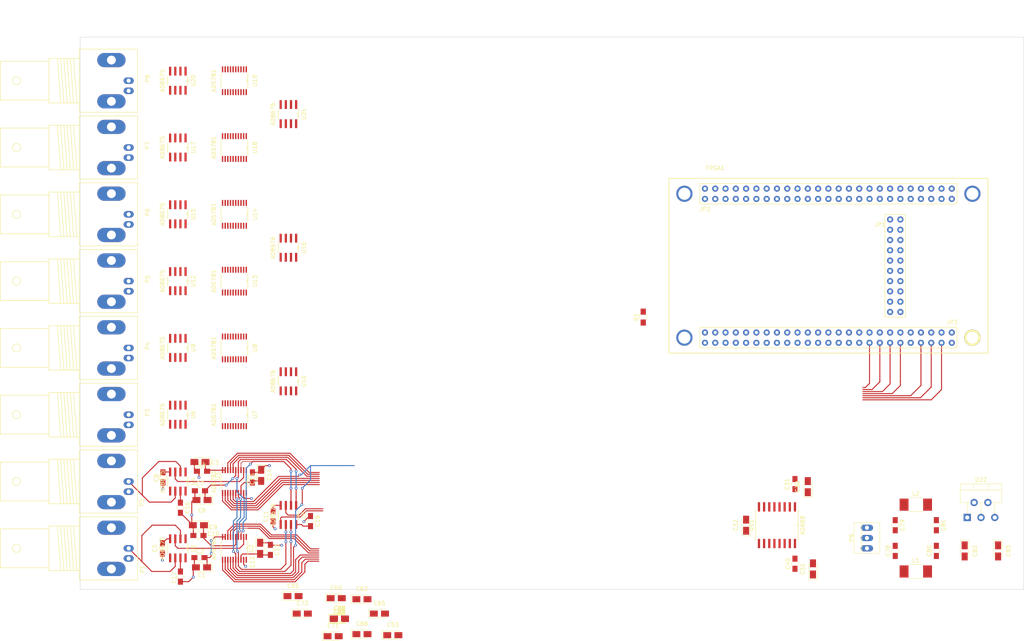
<source format=kicad_pcb>
(kicad_pcb (version 4) (host pcbnew 4.0.5)
  (layers (0 Top signal) (31 Bottom signal) (34 B.Paste user) (35 F.Paste user) (36 B.SilkS user) (37 F.SilkS user) (38 B.Mask user) (39 F.Mask user) (44 Edge.Cuts user))
  (net 0 "")
  (net 1 +3V3)
  (net 2 GNDA)
  (net 3 -15V)
  (net 4 +15V)
  (net 5 "Net-(C30-Pad2)")
  (net 6 "Net-(C32-Pad2)")
  (net 7 "Net-(C78-Pad1)")
  (net 8 "Net-(C79-Pad1)")
  (net 9 "Net-(FPGA1-PadGNDa)")
  (net 10 "Net-(FPGA1-PadGNDb)")
  (net 11 "Net-(FPGA1-PadP10)")
  (net 12 SCLK5)
  (net 13 "Net-(FPGA1-PadJ3)")
  (net 14 SDIN5)
  (net 15 "Net-(FPGA1-PadK1)")
  (net 16 "Net-(FPGA1-Pad3.3A)")
  (net 17 "Net-(FPGA1-Pad3.3B)")
  (net 18 SDO5)
  (net 19 "Net-(FPGA1-PadK3)")
  (net 20 ~LDAC~5)
  (net 21 "Net-(FPGA1-PadM1)")
  (net 22 ~CLR~5)
  (net 23 "Net-(FPGA1-PadL4)")
  (net 24 ~RESET~5)
  (net 25 "Net-(FPGA1-PadN1)")
  (net 26 "Net-(FPGA1-PadGNDc)")
  (net 27 "Net-(FPGA1-PadGNDd)")
  (net 28 "Net-(FPGA1-PadN2)")
  (net 29 "Net-(FPGA1-PadN3)")
  (net 30 "Net-(FPGA1-PadP1)")
  (net 31 "Net-(FPGA1-PadR1)")
  (net 32 "Net-(FPGA1-PadR2)")
  (net 33 "Net-(FPGA1-PadP3)")
  (net 34 "Net-(FPGA1-PadT2)")
  (net 35 "Net-(FPGA1-PadR3)")
  (net 36 "Net-(FPGA1-PadT3)")
  (net 37 "Net-(FPGA1-PadN4)")
  (net 38 "Net-(FPGA1-PadGNDe)")
  (net 39 "Net-(FPGA1-PadGNDf)")
  (net 40 ~RESET~6)
  (net 41 ~RESET~4)
  (net 42 ~CLR~6)
  (net 43 ~CLR~4)
  (net 44 ~LDAC~6)
  (net 45 ~LDAC~4)
  (net 46 SDO6)
  (net 47 SDO4)
  (net 48 "Net-(FPGA1-Pad3.3C)")
  (net 49 "Net-(FPGA1-Pad3.3D)")
  (net 50 SDIN6)
  (net 51 SDIN4)
  (net 52 SCLK6)
  (net 53 SCLK4)
  (net 54 ~SYNC~6)
  (net 55 ~SYNC~4)
  (net 56 "Net-(FPGA1-PadGNDg)")
  (net 57 "Net-(FPGA1-PadGNDh)")
  (net 58 "Net-(FPGA1-Pad3.3E)")
  (net 59 "Net-(FPGA1-Pad3.3F)")
  (net 60 ~RESET~1)
  (net 61 ~RESET~2)
  (net 62 ~CLR~1)
  (net 63 ~CLR~2)
  (net 64 ~LDAC~1)
  (net 65 ~LDAC~2)
  (net 66 SDO1)
  (net 67 SDO2)
  (net 68 SDIN1)
  (net 69 SDIN2)
  (net 70 SCLK1)
  (net 71 SCLK2)
  (net 72 ~SYNC~1)
  (net 73 ~SYNC~2)
  (net 74 "Net-(FPGA1-PadD4)")
  (net 75 "Net-(FPGA1-PadC4)")
  (net 76 DGND)
  (net 77 "Net-(FPGA1-PadGNDj)")
  (net 78 "Net-(FPGA1-PadGNDk)")
  (net 79 "Net-(FPGA1-PadGNDl)")
  (net 80 "Net-(FPGA1-PadA8)")
  (net 81 ~SYNC~7)
  (net 82 "Net-(FPGA1-PadC8)")
  (net 83 SCLK7)
  (net 84 "Net-(FPGA1-PadA9)")
  (net 85 SDIN7)
  (net 86 "Net-(FPGA1-Pad3.3G)")
  (net 87 "Net-(FPGA1-Pad3.3H)")
  (net 88 "Net-(FPGA1-PadB9)")
  (net 89 SDO7)
  (net 90 "Net-(FPGA1-PadB10)")
  (net 91 ~LDAC~7)
  (net 92 "Net-(FPGA1-PadB12)")
  (net 93 ~CLR~7)
  (net 94 "Net-(FPGA1-PadC12)")
  (net 95 ~RESET~7)
  (net 96 "Net-(FPGA1-PadGNDn)")
  (net 97 "Net-(FPGA1-PadGNDm)")
  (net 98 "Net-(FPGA1-PadA13)")
  (net 99 "Net-(FPGA1-PadA14)")
  (net 100 "Net-(FPGA1-PadE13)")
  (net 101 "Net-(FPGA1-PadB14)")
  (net 102 "Net-(FPGA1-PadC14)")
  (net 103 "Net-(FPGA1-PadA15)")
  (net 104 "Net-(FPGA1-PadB15)")
  (net 105 "Net-(FPGA1-PadB16)")
  (net 106 "Net-(FPGA1-PadC16)")
  (net 107 "Net-(FPGA1-PadD15)")
  (net 108 "Net-(FPGA1-PadGNDo)")
  (net 109 "Net-(FPGA1-PadGNDp)")
  (net 110 ~RESET~3)
  (net 111 ~RESET~8)
  (net 112 ~CLR~3)
  (net 113 ~CLR~8)
  (net 114 ~LDAC~3)
  (net 115 ~LDAC~8)
  (net 116 SDO3)
  (net 117 SDO8)
  (net 118 "Net-(FPGA1-Pad3.3I)")
  (net 119 "Net-(FPGA1-Pad3.3J)")
  (net 120 SDIN3)
  (net 121 SDIN8)
  (net 122 SCLK3)
  (net 123 SCLK8)
  (net 124 ~SYNC~3)
  (net 125 "Net-(FPGA1-PadGNDq)")
  (net 126 "Net-(FPGA1-PadGNDr)")
  (net 127 Vout1)
  (net 128 Vout2)
  (net 129 Vout3)
  (net 130 Vout4)
  (net 131 Vout5)
  (net 132 Vout6)
  (net 133 Vout7)
  (net 134 Vout8)
  (net 135 "Net-(U1-Pad1)")
  (net 136 "Net-(U1-Pad3)")
  (net 137 "Net-(U1-Pad5)")
  (net 138 "Net-(U1-Pad8)")
  (net 139 "Net-(U2-Pad1)")
  (net 140 "Net-(U2-Pad3)")
  (net 141 "Net-(U2-Pad4)")
  (net 142 "Net-(U2-Pad16)")
  (net 143 "Net-(U2-Pad17)")
  (net 144 "Net-(U2-Pad20)")
  (net 145 "Net-(U3-Pad1)")
  (net 146 "Net-(U3-Pad2)")
  (net 147 "Net-(U3-Pad20)")
  (net 148 "Net-(U4-Pad1)")
  (net 149 "Net-(U4-Pad5)")
  (net 150 "Net-(U4-Pad8)")
  (net 151 +10Vref)
  (net 152 -10Vref)
  (net 153 "Net-(U6-Pad1)")
  (net 154 "Net-(U6-Pad3)")
  (net 155 "Net-(U6-Pad5)")
  (net 156 "Net-(U6-Pad8)")
  (net 157 "Net-(U7-Pad1)")
  (net 158 "Net-(U10-Pad2)")
  (net 159 "Net-(U10-Pad1)")
  (net 160 "Net-(U10-Pad7)")
  (net 161 "Net-(U10-Pad6)")
  (net 162 "Net-(U7-Pad20)")
  (net 163 "Net-(U8-Pad1)")
  (net 164 "Net-(U8-Pad2)")
  (net 165 "Net-(U8-Pad20)")
  (net 166 "Net-(U9-Pad1)")
  (net 167 "Net-(U9-Pad5)")
  (net 168 "Net-(U9-Pad8)")
  (net 169 "Net-(U11-Pad4)")
  (net 170 "Net-(U11-Pad5)")
  (net 171 "Net-(U11-Pad13)")
  (net 172 "Net-(U11-Pad10)")
  (net 173 "Net-(U11-Pad11)")
  (net 174 "Net-(U11-Pad12)")
  (net 175 "Net-(U12-Pad1)")
  (net 176 "Net-(U12-Pad3)")
  (net 177 "Net-(U12-Pad5)")
  (net 178 "Net-(U12-Pad8)")
  (net 179 "Net-(U13-Pad1)")
  (net 180 "Net-(U13-Pad3)")
  (net 181 "Net-(U13-Pad4)")
  (net 182 ~SYNC~5)
  (net 183 "Net-(U13-Pad16)")
  (net 184 "Net-(U13-Pad17)")
  (net 185 "Net-(U13-Pad20)")
  (net 186 "Net-(U14-Pad1)")
  (net 187 "Net-(U14-Pad2)")
  (net 188 "Net-(U14-Pad20)")
  (net 189 "Net-(U15-Pad1)")
  (net 190 "Net-(U15-Pad5)")
  (net 191 "Net-(U15-Pad8)")
  (net 192 "Net-(U17-Pad1)")
  (net 193 "Net-(U17-Pad3)")
  (net 194 "Net-(U17-Pad5)")
  (net 195 "Net-(U17-Pad8)")
  (net 196 "Net-(U18-Pad1)")
  (net 197 "Net-(U18-Pad3)")
  (net 198 "Net-(U18-Pad4)")
  (net 199 "Net-(U18-Pad16)")
  (net 200 "Net-(U18-Pad17)")
  (net 201 "Net-(U18-Pad20)")
  (net 202 "Net-(U19-Pad1)")
  (net 203 "Net-(U19-Pad2)")
  (net 204 ~SYNC~8)
  (net 205 "Net-(U19-Pad20)")
  (net 206 "Net-(U20-Pad1)")
  (net 207 "Net-(U20-Pad5)")
  (net 208 "Net-(U20-Pad8)")
  (net 209 GNDD)
  (module Capacitors_SMD:C_0805_HandSoldering (layer Top) (at 54.864 152.781)
    (fp_text reference C2 (at 0.127 -1.524) (layer F.SilkS))
    (fp_text value 0.1uF)
    (pad 1 smd rect (at -1.25 0) (size 1.5 1.25) (layers Top F.Paste F.Mask) (net 2 GNDA))
    (pad 2 smd rect (at 1.25 0) (size 1.5 1.25) (layers Top F.Paste F.Mask) (net 1 +3V3))
  )
  (module Capacitors_SMD:C_0805_HandSoldering (layer Top) (at 55.499 131.445)
    (fp_text reference C4 (at 0 -1.75) (layer F.SilkS))
    (fp_text value 0.1uF)
    (pad 1 smd rect (at -1.25 0) (size 1.5 1.25) (layers Top F.Paste F.Mask) (net 2 GNDA))
    (pad 2 smd rect (at 1.25 0) (size 1.5 1.25) (layers Top F.Paste F.Mask) (net 1 +3V3))
  )
  (module Capacitors_SMD:C_0805_HandSoldering (layer Top) (at 45.72 150.495 270)
    (fp_text reference C5 (at 0 1.905 270) (layer F.SilkS))
    (fp_text value 0.1uF)
    (pad 1 smd rect (at -1.25 0 270) (size 1.5 1.25) (layers Top F.Paste F.Mask) (net 3 -15V))
    (pad 2 smd rect (at 1.25 0 270) (size 1.5 1.25) (layers Top F.Paste F.Mask) (net 2 GNDA))
  )
  (module Capacitors_SMD:C_0805_HandSoldering (layer Top) (at 54.991 136.271)
    (fp_text reference C7 (at 0 -1.75) (layer F.SilkS))
    (fp_text value 0.1uF)
    (pad 1 smd rect (at -1.25 0) (size 1.5 1.25) (layers Top F.Paste F.Mask) (net 2 GNDA))
    (pad 2 smd rect (at 1.25 0) (size 1.5 1.25) (layers Top F.Paste F.Mask) (net 4 +15V))
  )
  (module Capacitors_SMD:C_0805_HandSoldering (layer Top) (at 45.847 132.969 270)
    (fp_text reference C8 (at 0.127 1.651 270) (layer F.SilkS))
    (fp_text value 0.1uF)
    (pad 1 smd rect (at -1.25 0 270) (size 1.5 1.25) (layers Top F.Paste F.Mask) (net 3 -15V))
    (pad 2 smd rect (at 1.25 0 270) (size 1.5 1.25) (layers Top F.Paste F.Mask) (net 2 GNDA))
  )
  (module Capacitors_SMD:C_0805_HandSoldering (layer Top) (at 54.61 147.32 180)
    (fp_text reference C10 (at -3.683 0.381 180) (layer F.SilkS))
    (fp_text value 0.1uF)
    (pad 1 smd rect (at -1.25 0 180) (size 1.5 1.25) (layers Top F.Paste F.Mask) (net 4 +15V))
    (pad 2 smd rect (at 1.25 0 180) (size 1.5 1.25) (layers Top F.Paste F.Mask) (net 2 GNDA))
  )
  (module Capacitors_SMD:C_0805_HandSoldering (layer Top) (at 73.025 142.621 90)
    (fp_text reference C11 (at 0 -1.75 90) (layer F.SilkS))
    (fp_text value 0.1uF)
    (pad 1 smd rect (at -1.25 0 90) (size 1.5 1.25) (layers Top F.Paste F.Mask) (net 2 GNDA))
    (pad 2 smd rect (at 1.25 0 90) (size 1.5 1.25) (layers Top F.Paste F.Mask) (net 3 -15V))
  )
  (module Capacitors_SMD:C_0805_HandSoldering (layer Top) (at 72.39 150.876 270)
    (fp_text reference C13 (at 0 -1.651 270) (layer F.SilkS))
    (fp_text value 0.1uF)
    (pad 1 smd rect (at -1.25 0 270) (size 1.5 1.25) (layers Top F.Paste F.Mask) (net 2 GNDA))
    (pad 2 smd rect (at 1.25 0 270) (size 1.5 1.25) (layers Top F.Paste F.Mask) (net 3 -15V))
  )
  (module Capacitors_SMD:C_0805_HandSoldering (layer Top) (at 67.945 132.969 270)
    (fp_text reference C15 (at 0.381 0 270) (layer F.SilkS))
    (fp_text value 0.1uF)
    (pad 1 smd rect (at -1.25 0 270) (size 1.5 1.25) (layers Top F.Paste F.Mask) (net 2 GNDA))
    (pad 2 smd rect (at 1.25 0 270) (size 1.5 1.25) (layers Top F.Paste F.Mask) (net 3 -15V))
  )
  (module Capacitors_SMD:C_0805_HandSoldering (layer Top) (at 50.165 140.462 270)
    (fp_text reference C16 (at 0 -1.75 270) (layer F.SilkS))
    (fp_text value 0.1uF)
    (pad 1 smd rect (at -1.25 0 270) (size 1.5 1.25) (layers Top F.Paste F.Mask) (net 4 +15V))
    (pad 2 smd rect (at 1.25 0 270) (size 1.5 1.25) (layers Top F.Paste F.Mask) (net 2 GNDA))
  )
  (module Capacitors_SMD:C_0805_HandSoldering (layer Top) (at 50.165 157.48 270)
    (fp_text reference C17 (at 0.254 1.524 270) (layer F.SilkS))
    (fp_text value 0.1uF)
    (pad 1 smd rect (at -1.25 0 270) (size 1.5 1.25) (layers Top F.Paste F.Mask) (net 4 +15V))
    (pad 2 smd rect (at 1.25 0 270) (size 1.5 1.25) (layers Top F.Paste F.Mask) (net 2 GNDA))
  )
  (module Capacitors_SMD:C_0805_HandSoldering (layer Top) (at 82.296 143.764 270)
    (fp_text reference C18 (at 0 -1.75 270) (layer F.SilkS))
    (fp_text value 0.1uF)
    (pad 1 smd rect (at -1.25 0 270) (size 1.5 1.25) (layers Top F.Paste F.Mask) (net 2 GNDA))
    (pad 2 smd rect (at 1.25 0 270) (size 1.5 1.25) (layers Top F.Paste F.Mask) (net 4 +15V))
  )
  (module Capacitors_SMD:C_0805_HandSoldering (layer Top) (at 89.4461 167.8686)
    (fp_text reference C20 (at 0 -1.75) (layer F.SilkS))
    (fp_text value 0.1uF)
    (pad 1 smd rect (at -1.25 0) (size 1.5 1.25) (layers Top F.Paste F.Mask) (net 2 GNDA))
    (pad 2 smd rect (at 1.25 0) (size 1.5 1.25) (layers Top F.Paste F.Mask) (net 1 +3V3))
  )
  (module Capacitors_SMD:C_0805_HandSoldering (layer Top) (at 89.4461 167.8686)
    (fp_text reference C22 (at 0 -1.75) (layer F.SilkS))
    (fp_text value 0.1uF)
    (pad 1 smd rect (at -1.25 0) (size 1.5 1.25) (layers Top F.Paste F.Mask) (net 2 GNDA))
    (pad 2 smd rect (at 1.25 0) (size 1.5 1.25) (layers Top F.Paste F.Mask) (net 1 +3V3))
  )
  (module Capacitors_SMD:C_0805_HandSoldering (layer Top) (at 89.4461 167.8686)
    (fp_text reference C23 (at 0 -1.75) (layer F.SilkS))
    (fp_text value 0.1uF)
    (pad 1 smd rect (at -1.25 0) (size 1.5 1.25) (layers Top F.Paste F.Mask) (net 3 -15V))
    (pad 2 smd rect (at 1.25 0) (size 1.5 1.25) (layers Top F.Paste F.Mask) (net 2 GNDA))
  )
  (module Capacitors_SMD:C_0805_HandSoldering (layer Top) (at 89.4461 167.8686)
    (fp_text reference C25 (at 0 -1.75) (layer F.SilkS))
    (fp_text value 0.1uF)
    (pad 1 smd rect (at -1.25 0) (size 1.5 1.25) (layers Top F.Paste F.Mask) (net 2 GNDA))
    (pad 2 smd rect (at 1.25 0) (size 1.5 1.25) (layers Top F.Paste F.Mask) (net 4 +15V))
  )
  (module Capacitors_SMD:C_0805_HandSoldering (layer Top) (at 89.4461 167.8686)
    (fp_text reference C26 (at 0 -1.75) (layer F.SilkS))
    (fp_text value 0.1uF)
    (pad 1 smd rect (at -1.25 0) (size 1.5 1.25) (layers Top F.Paste F.Mask) (net 3 -15V))
    (pad 2 smd rect (at 1.25 0) (size 1.5 1.25) (layers Top F.Paste F.Mask) (net 2 GNDA))
  )
  (module Capacitors_SMD:C_0805_HandSoldering (layer Top) (at 89.4461 167.8686)
    (fp_text reference C28 (at 0 -1.75) (layer F.SilkS))
    (fp_text value 0.1uF)
    (pad 1 smd rect (at -1.25 0) (size 1.5 1.25) (layers Top F.Paste F.Mask) (net 4 +15V))
    (pad 2 smd rect (at 1.25 0) (size 1.5 1.25) (layers Top F.Paste F.Mask) (net 2 GNDA))
  )
  (module Capacitors_SMD:C_0805_HandSoldering (layer Top) (at 89.4461 167.8686)
    (fp_text reference C29 (at 0 -1.75) (layer F.SilkS))
    (fp_text value 0.1uF)
    (pad 1 smd rect (at -1.25 0) (size 1.5 1.25) (layers Top F.Paste F.Mask) (net 2 GNDA))
    (pad 2 smd rect (at 1.25 0) (size 1.5 1.25) (layers Top F.Paste F.Mask) (net 3 -15V))
  )
  (module Capacitors_SMD:C_0805_HandSoldering (layer Top) (at 201.93 134.62 270)
    (fp_text reference C31 (at 0 1.905 270) (layer F.SilkS))
    (fp_text value 0.1uF)
    (pad 1 smd rect (at -1.25 0 270) (size 1.5 1.25) (layers Top F.Paste F.Mask) (net 5 "Net-(C30-Pad2)"))
    (pad 2 smd rect (at 1.25 0 270) (size 1.5 1.25) (layers Top F.Paste F.Mask) (net 4 +15V))
  )
  (module Capacitors_SMD:C_0805_HandSoldering (layer Top) (at 89.4461 167.8686)
    (fp_text reference C34 (at 0 -1.75) (layer F.SilkS))
    (fp_text value 0.1uF)
    (pad 1 smd rect (at -1.25 0) (size 1.5 1.25) (layers Top F.Paste F.Mask) (net 2 GNDA))
    (pad 2 smd rect (at 1.25 0) (size 1.5 1.25) (layers Top F.Paste F.Mask) (net 3 -15V))
  )
  (module Capacitors_SMD:C_0805_HandSoldering (layer Top) (at 89.4461 167.8686)
    (fp_text reference C36 (at 0 -1.75) (layer F.SilkS))
    (fp_text value 0.1uF)
    (pad 1 smd rect (at -1.25 0) (size 1.5 1.25) (layers Top F.Paste F.Mask) (net 2 GNDA))
    (pad 2 smd rect (at 1.25 0) (size 1.5 1.25) (layers Top F.Paste F.Mask) (net 3 -15V))
  )
  (module Capacitors_SMD:C_0805_HandSoldering (layer Top) (at 89.4461 167.8686)
    (fp_text reference C37 (at 0 -1.75) (layer F.SilkS))
    (fp_text value 0.1uF)
    (pad 1 smd rect (at -1.25 0) (size 1.5 1.25) (layers Top F.Paste F.Mask) (net 4 +15V))
    (pad 2 smd rect (at 1.25 0) (size 1.5 1.25) (layers Top F.Paste F.Mask) (net 2 GNDA))
  )
  (module Capacitors_SMD:C_0805_HandSoldering (layer Top) (at 89.4461 167.8686)
    (fp_text reference C38 (at 0 -1.75) (layer F.SilkS))
    (fp_text value 0.1uF)
    (pad 1 smd rect (at -1.25 0) (size 1.5 1.25) (layers Top F.Paste F.Mask) (net 4 +15V))
    (pad 2 smd rect (at 1.25 0) (size 1.5 1.25) (layers Top F.Paste F.Mask) (net 2 GNDA))
  )
  (module Capacitors_SMD:C_0805_HandSoldering (layer Top) (at 89.4461 167.8686)
    (fp_text reference C39 (at 0 -1.75) (layer F.SilkS))
    (fp_text value 0.1uF)
    (pad 1 smd rect (at -1.25 0) (size 1.5 1.25) (layers Top F.Paste F.Mask) (net 2 GNDA))
    (pad 2 smd rect (at 1.25 0) (size 1.5 1.25) (layers Top F.Paste F.Mask) (net 4 +15V))
  )
  (module Capacitors_SMD:C_0805_HandSoldering (layer Top) (at 89.4461 167.8686)
    (fp_text reference C41 (at 0 -1.75) (layer F.SilkS))
    (fp_text value 0.1uF)
    (pad 1 smd rect (at -1.25 0) (size 1.5 1.25) (layers Top F.Paste F.Mask) (net 2 GNDA))
    (pad 2 smd rect (at 1.25 0) (size 1.5 1.25) (layers Top F.Paste F.Mask) (net 1 +3V3))
  )
  (module Capacitors_SMD:C_0805_HandSoldering (layer Top) (at 89.4461 167.8686)
    (fp_text reference C43 (at 0 -1.75) (layer F.SilkS))
    (fp_text value 0.1uF)
    (pad 1 smd rect (at -1.25 0) (size 1.5 1.25) (layers Top F.Paste F.Mask) (net 2 GNDA))
    (pad 2 smd rect (at 1.25 0) (size 1.5 1.25) (layers Top F.Paste F.Mask) (net 1 +3V3))
  )
  (module Capacitors_SMD:C_0805_HandSoldering (layer Top) (at 89.4461 167.8686)
    (fp_text reference C44 (at 0 -1.75) (layer F.SilkS))
    (fp_text value 0.1uF)
    (pad 1 smd rect (at -1.25 0) (size 1.5 1.25) (layers Top F.Paste F.Mask) (net 3 -15V))
    (pad 2 smd rect (at 1.25 0) (size 1.5 1.25) (layers Top F.Paste F.Mask) (net 2 GNDA))
  )
  (module Capacitors_SMD:C_0805_HandSoldering (layer Top) (at 201.93 154.305 90)
    (fp_text reference C45 (at 0 -1.75 90) (layer F.SilkS))
    (fp_text value 0.1uF)
    (pad 1 smd rect (at -1.25 0 90) (size 1.5 1.25) (layers Top F.Paste F.Mask) (net 2 GNDA))
    (pad 2 smd rect (at 1.25 0 90) (size 1.5 1.25) (layers Top F.Paste F.Mask) (net 3 -15V))
  )
  (module Capacitors_SMD:C_0805_HandSoldering (layer Top) (at 89.4461 167.8686)
    (fp_text reference C47 (at 0 -1.75) (layer F.SilkS))
    (fp_text value 0.1uF)
    (pad 1 smd rect (at -1.25 0) (size 1.5 1.25) (layers Top F.Paste F.Mask) (net 2 GNDA))
    (pad 2 smd rect (at 1.25 0) (size 1.5 1.25) (layers Top F.Paste F.Mask) (net 4 +15V))
  )
  (module Capacitors_SMD:C_0805_HandSoldering (layer Top) (at 89.4461 167.8686)
    (fp_text reference C48 (at 0 -1.75) (layer F.SilkS))
    (fp_text value 0.1uF)
    (pad 1 smd rect (at -1.25 0) (size 1.5 1.25) (layers Top F.Paste F.Mask) (net 3 -15V))
    (pad 2 smd rect (at 1.25 0) (size 1.5 1.25) (layers Top F.Paste F.Mask) (net 2 GNDA))
  )
  (module Capacitors_SMD:C_0805_HandSoldering (layer Top) (at 89.4461 167.8686)
    (fp_text reference C50 (at 0 -1.75) (layer F.SilkS))
    (fp_text value 0.1uF)
    (pad 1 smd rect (at -1.25 0) (size 1.5 1.25) (layers Top F.Paste F.Mask) (net 4 +15V))
    (pad 2 smd rect (at 1.25 0) (size 1.5 1.25) (layers Top F.Paste F.Mask) (net 2 GNDA))
  )
  (module Capacitors_SMD:C_0805_HandSoldering (layer Top) (at 89.4461 167.8686)
    (fp_text reference C52 (at 0 -1.75) (layer F.SilkS))
    (fp_text value 0.1uF)
    (pad 1 smd rect (at -1.25 0) (size 1.5 1.25) (layers Top F.Paste F.Mask) (net 2 GNDA))
    (pad 2 smd rect (at 1.25 0) (size 1.5 1.25) (layers Top F.Paste F.Mask) (net 3 -15V))
  )
  (module Capacitors_SMD:C_0805_HandSoldering (layer Top) (at 89.4461 167.8686)
    (fp_text reference C54 (at 0 -1.75) (layer F.SilkS))
    (fp_text value 0.1uF)
    (pad 1 smd rect (at -1.25 0) (size 1.5 1.25) (layers Top F.Paste F.Mask) (net 2 GNDA))
    (pad 2 smd rect (at 1.25 0) (size 1.5 1.25) (layers Top F.Paste F.Mask) (net 3 -15V))
  )
  (module Capacitors_SMD:C_0805_HandSoldering (layer Top) (at 89.4461 167.8686)
    (fp_text reference C56 (at 0 -1.75) (layer F.SilkS))
    (fp_text value 0.1uF)
    (pad 1 smd rect (at -1.25 0) (size 1.5 1.25) (layers Top F.Paste F.Mask) (net 2 GNDA))
    (pad 2 smd rect (at 1.25 0) (size 1.5 1.25) (layers Top F.Paste F.Mask) (net 3 -15V))
  )
  (module Capacitors_SMD:C_0805_HandSoldering (layer Top) (at 89.4461 167.8686)
    (fp_text reference C57 (at 0 -1.75) (layer F.SilkS))
    (fp_text value 0.1uF)
    (pad 1 smd rect (at -1.25 0) (size 1.5 1.25) (layers Top F.Paste F.Mask) (net 4 +15V))
    (pad 2 smd rect (at 1.25 0) (size 1.5 1.25) (layers Top F.Paste F.Mask) (net 2 GNDA))
  )
  (module Capacitors_SMD:C_0805_HandSoldering (layer Top) (at 89.4461 167.8686)
    (fp_text reference C58 (at 0 -1.75) (layer F.SilkS))
    (fp_text value 0.1uF)
    (pad 1 smd rect (at -1.25 0) (size 1.5 1.25) (layers Top F.Paste F.Mask) (net 4 +15V))
    (pad 2 smd rect (at 1.25 0) (size 1.5 1.25) (layers Top F.Paste F.Mask) (net 2 GNDA))
  )
  (module Capacitors_SMD:C_0805_HandSoldering (layer Top) (at 89.4461 167.8686)
    (fp_text reference C59 (at 0 -1.75) (layer F.SilkS))
    (fp_text value 0.1uF)
    (pad 1 smd rect (at -1.25 0) (size 1.5 1.25) (layers Top F.Paste F.Mask) (net 2 GNDA))
    (pad 2 smd rect (at 1.25 0) (size 1.5 1.25) (layers Top F.Paste F.Mask) (net 4 +15V))
  )
  (module Capacitors_SMD:C_0805_HandSoldering (layer Top) (at 89.4461 167.8686)
    (fp_text reference C61 (at 0 -1.75) (layer F.SilkS))
    (fp_text value 0.1uF)
    (pad 1 smd rect (at -1.25 0) (size 1.5 1.25) (layers Top F.Paste F.Mask) (net 2 GNDA))
    (pad 2 smd rect (at 1.25 0) (size 1.5 1.25) (layers Top F.Paste F.Mask) (net 1 +3V3))
  )
  (module Capacitors_SMD:C_0805_HandSoldering (layer Top) (at 89.4461 167.8686)
    (fp_text reference C63 (at 0 -1.75) (layer F.SilkS))
    (fp_text value 0.1uF)
    (pad 1 smd rect (at -1.25 0) (size 1.5 1.25) (layers Top F.Paste F.Mask) (net 2 GNDA))
    (pad 2 smd rect (at 1.25 0) (size 1.5 1.25) (layers Top F.Paste F.Mask) (net 1 +3V3))
  )
  (module Capacitors_SMD:C_0805_HandSoldering (layer Top) (at 89.4461 167.8686)
    (fp_text reference C64 (at 0 -1.75) (layer F.SilkS))
    (fp_text value 0.1uF)
    (pad 1 smd rect (at -1.25 0) (size 1.5 1.25) (layers Top F.Paste F.Mask) (net 3 -15V))
    (pad 2 smd rect (at 1.25 0) (size 1.5 1.25) (layers Top F.Paste F.Mask) (net 2 GNDA))
  )
  (module Capacitors_SMD:C_0805_HandSoldering (layer Top) (at 89.4461 167.8686)
    (fp_text reference C66 (at 0 -1.75) (layer F.SilkS))
    (fp_text value 0.1uF)
    (pad 1 smd rect (at -1.25 0) (size 1.5 1.25) (layers Top F.Paste F.Mask) (net 2 GNDA))
    (pad 2 smd rect (at 1.25 0) (size 1.5 1.25) (layers Top F.Paste F.Mask) (net 4 +15V))
  )
  (module Capacitors_SMD:C_0805_HandSoldering (layer Top) (at 89.4461 167.8686)
    (fp_text reference C67 (at 0 -1.75) (layer F.SilkS))
    (fp_text value 0.1uF)
    (pad 1 smd rect (at -1.25 0) (size 1.5 1.25) (layers Top F.Paste F.Mask) (net 3 -15V))
    (pad 2 smd rect (at 1.25 0) (size 1.5 1.25) (layers Top F.Paste F.Mask) (net 2 GNDA))
  )
  (module Capacitors_SMD:C_0805_HandSoldering (layer Top) (at 89.4461 167.8686)
    (fp_text reference C69 (at 0 -1.75) (layer F.SilkS))
    (fp_text value 0.1uF)
    (pad 1 smd rect (at -1.25 0) (size 1.5 1.25) (layers Top F.Paste F.Mask) (net 4 +15V))
    (pad 2 smd rect (at 1.25 0) (size 1.5 1.25) (layers Top F.Paste F.Mask) (net 2 GNDA))
  )
  (module Capacitors_SMD:C_0805_HandSoldering (layer Top) (at 89.4461 167.8686)
    (fp_text reference C70 (at 0 -1.75) (layer F.SilkS))
    (fp_text value 0.1uF)
    (pad 1 smd rect (at -1.25 0) (size 1.5 1.25) (layers Top F.Paste F.Mask) (net 2 GNDA))
    (pad 2 smd rect (at 1.25 0) (size 1.5 1.25) (layers Top F.Paste F.Mask) (net 3 -15V))
  )
  (module Capacitors_SMD:C_0805_HandSoldering (layer Top) (at 89.4461 167.8686)
    (fp_text reference C72 (at 0 -1.75) (layer F.SilkS))
    (fp_text value 0.1uF)
    (pad 1 smd rect (at -1.25 0) (size 1.5 1.25) (layers Top F.Paste F.Mask) (net 2 GNDA))
    (pad 2 smd rect (at 1.25 0) (size 1.5 1.25) (layers Top F.Paste F.Mask) (net 3 -15V))
  )
  (module Capacitors_SMD:C_0805_HandSoldering (layer Top) (at 89.4461 167.8686)
    (fp_text reference C74 (at 0 -1.75) (layer F.SilkS))
    (fp_text value 0.1uF)
    (pad 1 smd rect (at -1.25 0) (size 1.5 1.25) (layers Top F.Paste F.Mask) (net 2 GNDA))
    (pad 2 smd rect (at 1.25 0) (size 1.5 1.25) (layers Top F.Paste F.Mask) (net 3 -15V))
  )
  (module Capacitors_SMD:C_0805_HandSoldering (layer Top) (at 89.4461 167.8686)
    (fp_text reference C75 (at 0 -1.75) (layer F.SilkS))
    (fp_text value 0.1uF)
    (pad 1 smd rect (at -1.25 0) (size 1.5 1.25) (layers Top F.Paste F.Mask) (net 4 +15V))
    (pad 2 smd rect (at 1.25 0) (size 1.5 1.25) (layers Top F.Paste F.Mask) (net 2 GNDA))
  )
  (module Capacitors_SMD:C_0805_HandSoldering (layer Top) (at 89.4461 167.8686)
    (fp_text reference C76 (at 0 -1.75) (layer F.SilkS))
    (fp_text value 0.1uF)
    (pad 1 smd rect (at -1.25 0) (size 1.5 1.25) (layers Top F.Paste F.Mask) (net 4 +15V))
    (pad 2 smd rect (at 1.25 0) (size 1.5 1.25) (layers Top F.Paste F.Mask) (net 2 GNDA))
  )
  (module Capacitors_SMD:C_0805_HandSoldering (layer Top) (at 89.4461 167.8686)
    (fp_text reference C77 (at 0 -1.75) (layer F.SilkS))
    (fp_text value 0.1uF)
    (pad 1 smd rect (at -1.25 0) (size 1.5 1.25) (layers Top F.Paste F.Mask) (net 2 GNDA))
    (pad 2 smd rect (at 1.25 0) (size 1.5 1.25) (layers Top F.Paste F.Mask) (net 4 +15V))
  )
  (module Capacitors_SMD:C_0805_HandSoldering (layer Top) (at 226.695 151.13 90)
    (fp_text reference C78 (at 0 -1.75 90) (layer F.SilkS))
    (fp_text value 0.1uF)
    (pad 1 smd rect (at -1.25 0 90) (size 1.5 1.25) (layers Top F.Paste F.Mask) (net 7 "Net-(C78-Pad1)"))
    (pad 2 smd rect (at 1.25 0 90) (size 1.5 1.25) (layers Top F.Paste F.Mask) (net 2 GNDA))
  )
  (module Capacitors_SMD:C_0805_HandSoldering (layer Top) (at 226.695 144.78 270)
    (fp_text reference C79 (at 0 -1.75 270) (layer F.SilkS))
    (fp_text value 0.1uF)
    (pad 1 smd rect (at -1.25 0 270) (size 1.5 1.25) (layers Top F.Paste F.Mask) (net 8 "Net-(C79-Pad1)"))
    (pad 2 smd rect (at 1.25 0 270) (size 1.5 1.25) (layers Top F.Paste F.Mask) (net 2 GNDA))
  )
  (module Capacitors_SMD:C_0805_HandSoldering (layer Top) (at 236.855 151.13 90)
    (fp_text reference C80 (at 0 -1.75 90) (layer F.SilkS))
    (fp_text value 0.01uF)
    (pad 1 smd rect (at -1.25 0 90) (size 1.5 1.25) (layers Top F.Paste F.Mask) (net 4 +15V))
    (pad 2 smd rect (at 1.25 0 90) (size 1.5 1.25) (layers Top F.Paste F.Mask) (net 2 GNDA))
  )
  (module Capacitors_SMD:C_0805_HandSoldering (layer Top) (at 236.855 144.78 270)
    (fp_text reference C81 (at 0 -1.75 270) (layer F.SilkS))
    (fp_text value 0.01uF)
    (pad 1 smd rect (at -1.25 0 270) (size 1.5 1.25) (layers Top F.Paste F.Mask) (net 3 -15V))
    (pad 2 smd rect (at 1.25 0 270) (size 1.5 1.25) (layers Top F.Paste F.Mask) (net 2 GNDA))
  )
  (module KiCad_DAC_Specific:XEM7001 (layer Top) (at 235.585 66.675)
    (fp_text reference FPGA1 (at -53.34 -10.16) (layer F.SilkS))
    (fp_text value XEM7001)
    (fp_text user JP3 (at 5.08 27.94) (layer F.SilkS))
    (fp_text user JP1 (at -12.7 3.81) (layer F.SilkS))
    (fp_text user JP2 (at -55.88 0) (layer F.SilkS))
    (pad "" np_thru_hole circle (at -60.96 31.75) (size 4 4) (drill 3) (layers *.Cu *.Mask))
    (pad "" np_thru_hole circle (at 10.16 31.75) (size 4 4) (drill 3) (layers *.Cu *.Mask F.SilkS Dwgs.User))
    (pad "" np_thru_hole circle (at 10.16 -3.81) (size 4 4) (drill 3) (layers *.Cu *.Mask))
    (pad GNDa thru_hole circle (at 5.08 -5.08) (size 1.524 1.524) (drill 0.762) (layers *.Cu *.Mask) (net 9 "Net-(FPGA1-PadGNDa)"))
    (pad GNDb thru_hole circle (at 5.08 -2.54) (size 1.524 1.524) (drill 0.762) (layers *.Cu *.Mask) (net 10 "Net-(FPGA1-PadGNDb)"))
    (pad CLK1 thru_hole circle (at 2.54 -5.08) (size 1.524 1.524) (drill 0.762) (layers *.Cu *.Mask))
    (pad P10 thru_hole circle (at 2.54 -2.54) (size 1.524 1.524) (drill 0.762) (layers *.Cu *.Mask) (net 11 "Net-(FPGA1-PadP10)"))
    (pad J1 thru_hole circle (at 0 -5.08) (size 1.524 1.524) (drill 0.762) (layers *.Cu *.Mask) (net 123 SCLK8))
    (pad J3 thru_hole circle (at 0 -2.54) (size 1.524 1.524) (drill 0.762) (layers *.Cu *.Mask) (net 13 "Net-(FPGA1-PadJ3)"))
    (pad K2 thru_hole circle (at -2.54 -5.08) (size 1.524 1.524) (drill 0.762) (layers *.Cu *.Mask) (net 121 SDIN8))
    (pad K1 thru_hole circle (at -2.54 -2.54) (size 1.524 1.524) (drill 0.762) (layers *.Cu *.Mask) (net 15 "Net-(FPGA1-PadK1)"))
    (pad 3.3A thru_hole circle (at -5.08 -5.08) (size 1.524 1.524) (drill 0.762) (layers *.Cu *.Mask) (net 16 "Net-(FPGA1-Pad3.3A)"))
    (pad 3.3B thru_hole circle (at -5.08 -2.54) (size 1.524 1.524) (drill 0.762) (layers *.Cu *.Mask) (net 17 "Net-(FPGA1-Pad3.3B)"))
    (pad L2 thru_hole circle (at -7.62 -5.08) (size 1.524 1.524) (drill 0.762) (layers *.Cu *.Mask) (net 117 SDO8))
    (pad K3 thru_hole circle (at -7.62 -2.54) (size 1.524 1.524) (drill 0.762) (layers *.Cu *.Mask) (net 19 "Net-(FPGA1-PadK3)"))
    (pad L3 thru_hole circle (at -10.16 -5.08) (size 1.524 1.524) (drill 0.762) (layers *.Cu *.Mask) (net 115 ~LDAC~8))
    (pad M1 thru_hole circle (at -10.16 -2.54) (size 1.524 1.524) (drill 0.762) (layers *.Cu *.Mask) (net 21 "Net-(FPGA1-PadM1)"))
    (pad M2 thru_hole circle (at -12.7 -5.08) (size 1.524 1.524) (drill 0.762) (layers *.Cu *.Mask) (net 113 ~CLR~8))
    (pad L4 thru_hole circle (at -12.7 -2.54) (size 1.524 1.524) (drill 0.762) (layers *.Cu *.Mask) (net 23 "Net-(FPGA1-PadL4)"))
    (pad M4 thru_hole circle (at -15.24 -5.08) (size 1.524 1.524) (drill 0.762) (layers *.Cu *.Mask) (net 111 ~RESET~8))
    (pad N1 thru_hole circle (at -15.24 -2.54) (size 1.524 1.524) (drill 0.762) (layers *.Cu *.Mask) (net 25 "Net-(FPGA1-PadN1)"))
    (pad GNDc thru_hole circle (at -17.78 -5.08) (size 1.524 1.524) (drill 0.762) (layers *.Cu *.Mask) (net 26 "Net-(FPGA1-PadGNDc)"))
    (pad GNDd thru_hole circle (at -17.78 -2.54) (size 1.524 1.524) (drill 0.762) (layers *.Cu *.Mask) (net 27 "Net-(FPGA1-PadGNDd)"))
    (pad N2 thru_hole circle (at -20.32 -5.08) (size 1.524 1.524) (drill 0.762) (layers *.Cu *.Mask) (net 28 "Net-(FPGA1-PadN2)"))
    (pad N3 thru_hole circle (at -20.32 -2.54) (size 1.524 1.524) (drill 0.762) (layers *.Cu *.Mask) (net 29 "Net-(FPGA1-PadN3)"))
    (pad P1 thru_hole circle (at -22.86 -5.08) (size 1.524 1.524) (drill 0.762) (layers *.Cu *.Mask) (net 30 "Net-(FPGA1-PadP1)"))
    (pad R1 thru_hole circle (at -22.86 -2.54) (size 1.524 1.524) (drill 0.762) (layers *.Cu *.Mask) (net 31 "Net-(FPGA1-PadR1)"))
    (pad R2 thru_hole circle (at -25.4 -5.08) (size 1.524 1.524) (drill 0.762) (layers *.Cu *.Mask) (net 32 "Net-(FPGA1-PadR2)"))
    (pad P3 thru_hole circle (at -25.4 -2.54) (size 1.524 1.524) (drill 0.762) (layers *.Cu *.Mask) (net 33 "Net-(FPGA1-PadP3)"))
    (pad T2 thru_hole circle (at -27.94 -5.08) (size 1.524 1.524) (drill 0.762) (layers *.Cu *.Mask) (net 34 "Net-(FPGA1-PadT2)"))
    (pad R3 thru_hole circle (at -27.94 -2.54) (size 1.524 1.524) (drill 0.762) (layers *.Cu *.Mask) (net 35 "Net-(FPGA1-PadR3)"))
    (pad T3 thru_hole circle (at -30.48 -5.08) (size 1.524 1.524) (drill 0.762) (layers *.Cu *.Mask) (net 36 "Net-(FPGA1-PadT3)"))
    (pad N4 thru_hole circle (at -30.48 -2.54) (size 1.524 1.524) (drill 0.762) (layers *.Cu *.Mask) (net 37 "Net-(FPGA1-PadN4)"))
    (pad GNDe thru_hole circle (at -33.02 -5.08) (size 1.524 1.524) (drill 0.762) (layers *.Cu *.Mask) (net 38 "Net-(FPGA1-PadGNDe)"))
    (pad GNDf thru_hole circle (at -33.02 -2.54) (size 1.524 1.524) (drill 0.762) (layers *.Cu *.Mask) (net 39 "Net-(FPGA1-PadGNDf)"))
    (pad P4 thru_hole circle (at -35.56 -5.08) (size 1.524 1.524) (drill 0.762) (layers *.Cu *.Mask) (net 95 ~RESET~7))
    (pad T4 thru_hole circle (at -35.56 -2.54) (size 1.524 1.524) (drill 0.762) (layers *.Cu *.Mask) (net 40 ~RESET~6))
    (pad P5 thru_hole circle (at -38.1 -5.08) (size 1.524 1.524) (drill 0.762) (layers *.Cu *.Mask) (net 93 ~CLR~7))
    (pad N6 thru_hole circle (at -38.1 -2.54) (size 1.524 1.524) (drill 0.762) (layers *.Cu *.Mask) (net 42 ~CLR~6))
    (pad R5 thru_hole circle (at -40.64 -5.08) (size 1.524 1.524) (drill 0.762) (layers *.Cu *.Mask) (net 91 ~LDAC~7))
    (pad P8 thru_hole circle (at -40.64 -2.54) (size 1.524 1.524) (drill 0.762) (layers *.Cu *.Mask) (net 44 ~LDAC~6))
    (pad T5 thru_hole circle (at -43.18 -5.08) (size 1.524 1.524) (drill 0.762) (layers *.Cu *.Mask) (net 89 SDO7))
    (pad R6 thru_hole circle (at -43.18 -2.54) (size 1.524 1.524) (drill 0.762) (layers *.Cu *.Mask) (net 46 SDO6))
    (pad 3.3C thru_hole circle (at -45.72 -5.08) (size 1.524 1.524) (drill 0.762) (layers *.Cu *.Mask) (net 48 "Net-(FPGA1-Pad3.3C)"))
    (pad 3.3D thru_hole circle (at -45.72 -2.54) (size 1.524 1.524) (drill 0.762) (layers *.Cu *.Mask) (net 49 "Net-(FPGA1-Pad3.3D)"))
    (pad T9 thru_hole circle (at -48.26 -5.08) (size 1.524 1.524) (drill 0.762) (layers *.Cu *.Mask) (net 85 SDIN7))
    (pad R7 thru_hole circle (at -48.26 -2.54) (size 1.524 1.524) (drill 0.762) (layers *.Cu *.Mask) (net 50 SDIN6))
    (pad T7 thru_hole circle (at -50.8 -5.08) (size 1.524 1.524) (drill 0.762) (layers *.Cu *.Mask) (net 83 SCLK7))
    (pad R8 thru_hole circle (at -50.8 -2.54) (size 1.524 1.524) (drill 0.762) (layers *.Cu *.Mask) (net 52 SCLK6))
    (pad T8 thru_hole circle (at -53.34 -5.08) (size 1.524 1.524) (drill 0.762) (layers *.Cu *.Mask) (net 81 ~SYNC~7))
    (pad T10 thru_hole circle (at -53.34 -2.54) (size 1.524 1.524) (drill 0.762) (layers *.Cu *.Mask) (net 54 ~SYNC~6))
    (pad GNDg thru_hole circle (at -55.88 -5.08) (size 1.524 1.524) (drill 0.762) (layers *.Cu *.Mask) (net 56 "Net-(FPGA1-PadGNDg)"))
    (pad GNDh thru_hole circle (at -55.88 -2.54) (size 1.524 1.524) (drill 0.762) (layers *.Cu *.Mask) (net 57 "Net-(FPGA1-PadGNDh)"))
    (pad 3.3E thru_hole circle (at -10.16 2.54) (size 1.524 1.524) (drill 0.762) (layers *.Cu *.Mask) (net 58 "Net-(FPGA1-Pad3.3E)"))
    (pad 3.3F thru_hole circle (at -7.62 2.54) (size 1.524 1.524) (drill 0.762) (layers *.Cu *.Mask) (net 59 "Net-(FPGA1-Pad3.3F)"))
    (pad H1 thru_hole circle (at -10.16 5.08) (size 1.524 1.524) (drill 0.762) (layers *.Cu *.Mask) (net 41 ~RESET~4))
    (pad H2 thru_hole circle (at -7.62 5.08) (size 1.524 1.524) (drill 0.762) (layers *.Cu *.Mask) (net 24 ~RESET~5))
    (pad G1 thru_hole circle (at -10.16 7.62) (size 1.524 1.524) (drill 0.762) (layers *.Cu *.Mask) (net 43 ~CLR~4))
    (pad G2 thru_hole circle (at -7.62 7.62) (size 1.524 1.524) (drill 0.762) (layers *.Cu *.Mask) (net 22 ~CLR~5))
    (pad F2 thru_hole circle (at -10.16 10.16) (size 1.524 1.524) (drill 0.762) (layers *.Cu *.Mask) (net 45 ~LDAC~4))
    (pad E1 thru_hole circle (at -7.62 10.16) (size 1.524 1.524) (drill 0.762) (layers *.Cu *.Mask) (net 20 ~LDAC~5))
    (pad E2 thru_hole circle (at -10.16 12.7) (size 1.524 1.524) (drill 0.762) (layers *.Cu *.Mask) (net 47 SDO4))
    (pad D1 thru_hole circle (at -7.62 12.7) (size 1.524 1.524) (drill 0.762) (layers *.Cu *.Mask) (net 18 SDO5))
    (pad C1 thru_hole circle (at -10.16 15.24) (size 1.524 1.524) (drill 0.762) (layers *.Cu *.Mask) (net 51 SDIN4))
    (pad C2 thru_hole circle (at -7.62 15.24) (size 1.524 1.524) (drill 0.762) (layers *.Cu *.Mask) (net 14 SDIN5))
    (pad B1 thru_hole circle (at -10.16 17.78) (size 1.524 1.524) (drill 0.762) (layers *.Cu *.Mask) (net 53 SCLK4))
    (pad B2 thru_hole circle (at -7.62 17.78) (size 1.524 1.524) (drill 0.762) (layers *.Cu *.Mask) (net 12 SCLK5))
    (pad A2 thru_hole circle (at -10.16 20.32) (size 1.524 1.524) (drill 0.762) (layers *.Cu *.Mask) (net 55 ~SYNC~4))
    (pad A3 thru_hole circle (at -7.62 20.32) (size 1.524 1.524) (drill 0.762) (layers *.Cu *.Mask) (net 182 ~SYNC~5))
    (pad D4 thru_hole circle (at -10.16 22.86) (size 1.524 1.524) (drill 0.762) (layers *.Cu *.Mask) (net 74 "Net-(FPGA1-PadD4)"))
    (pad C4 thru_hole circle (at -7.62 22.86) (size 1.524 1.524) (drill 0.762) (layers *.Cu *.Mask) (net 75 "Net-(FPGA1-PadC4)"))
    (pad GNDi thru_hole circle (at -10.16 25.4) (size 1.524 1.524) (drill 0.762) (layers *.Cu *.Mask) (net 76 DGND))
    (pad GNDj thru_hole circle (at -7.62 25.4) (size 1.524 1.524) (drill 0.762) (layers *.Cu *.Mask) (net 77 "Net-(FPGA1-PadGNDj)"))
    (pad GNDk thru_hole circle (at 5.08 30.48) (size 1.524 1.524) (drill 0.762) (layers *.Cu *.Mask) (net 78 "Net-(FPGA1-PadGNDk)"))
    (pad GNDl thru_hole circle (at 5.08 33.02) (size 1.524 1.524) (drill 0.762) (layers *.Cu *.Mask) (net 79 "Net-(FPGA1-PadGNDl)"))
    (pad A8 thru_hole circle (at 2.54 30.48) (size 1.524 1.524) (drill 0.762) (layers *.Cu *.Mask) (net 80 "Net-(FPGA1-PadA8)"))
    (pad D9 thru_hole circle (at 2.54 33.02) (size 1.524 1.524) (drill 0.762) (layers *.Cu *.Mask) (net 66 SDO1))
    (pad C8 thru_hole circle (at 0 30.48) (size 1.524 1.524) (drill 0.762) (layers *.Cu *.Mask) (net 82 "Net-(FPGA1-PadC8)"))
    (pad D10 thru_hole circle (at 0 33.02) (size 1.524 1.524) (drill 0.762) (layers *.Cu *.Mask) (net 68 SDIN1))
    (pad A9 thru_hole circle (at -2.54 30.48) (size 1.524 1.524) (drill 0.762) (layers *.Cu *.Mask) (net 84 "Net-(FPGA1-PadA9)"))
    (pad C9 thru_hole circle (at -2.54 33.02) (size 1.524 1.524) (drill 0.762) (layers *.Cu *.Mask) (net 70 SCLK1))
    (pad 3.3G thru_hole circle (at -5.08 30.48) (size 1.524 1.524) (drill 0.762) (layers *.Cu *.Mask) (net 86 "Net-(FPGA1-Pad3.3G)"))
    (pad 3.3H thru_hole circle (at -5.08 33.02) (size 1.524 1.524) (drill 0.762) (layers *.Cu *.Mask) (net 87 "Net-(FPGA1-Pad3.3H)"))
    (pad B9 thru_hole circle (at -7.62 30.48) (size 1.524 1.524) (drill 0.762) (layers *.Cu *.Mask) (net 88 "Net-(FPGA1-PadB9)"))
    (pad A10 thru_hole circle (at -7.62 33.02) (size 1.524 1.524) (drill 0.762) (layers *.Cu *.Mask) (net 72 ~SYNC~1))
    (pad B10 thru_hole circle (at -10.16 30.48) (size 1.524 1.524) (drill 0.762) (layers *.Cu *.Mask) (net 90 "Net-(FPGA1-PadB10)"))
    (pad C11 thru_hole circle (at -10.16 33.02) (size 1.524 1.524) (drill 0.762) (layers *.Cu *.Mask) (net 60 ~RESET~1))
    (pad B12 thru_hole circle (at -12.7 30.48) (size 1.524 1.524) (drill 0.762) (layers *.Cu *.Mask) (net 92 "Net-(FPGA1-PadB12)"))
    (pad A12 thru_hole circle (at -12.7 33.02) (size 1.524 1.524) (drill 0.762) (layers *.Cu *.Mask) (net 62 ~CLR~1))
    (pad C12 thru_hole circle (at -15.24 30.48) (size 1.524 1.524) (drill 0.762) (layers *.Cu *.Mask) (net 94 "Net-(FPGA1-PadC12)"))
    (pad F13 thru_hole circle (at -15.24 33.02) (size 1.524 1.524) (drill 0.762) (layers *.Cu *.Mask) (net 64 ~LDAC~1))
    (pad GNDn thru_hole circle (at -17.78 30.48) (size 1.524 1.524) (drill 0.762) (layers *.Cu *.Mask) (net 96 "Net-(FPGA1-PadGNDn)"))
    (pad GNDm thru_hole circle (at -17.78 33.02) (size 1.524 1.524) (drill 0.762) (layers *.Cu *.Mask) (net 97 "Net-(FPGA1-PadGNDm)"))
    (pad A13 thru_hole circle (at -20.32 30.48) (size 1.524 1.524) (drill 0.762) (layers *.Cu *.Mask) (net 98 "Net-(FPGA1-PadA13)"))
    (pad A14 thru_hole circle (at -20.32 33.02) (size 1.524 1.524) (drill 0.762) (layers *.Cu *.Mask) (net 99 "Net-(FPGA1-PadA14)"))
    (pad E13 thru_hole circle (at -22.86 30.48) (size 1.524 1.524) (drill 0.762) (layers *.Cu *.Mask) (net 100 "Net-(FPGA1-PadE13)"))
    (pad B14 thru_hole circle (at -22.86 33.02) (size 1.524 1.524) (drill 0.762) (layers *.Cu *.Mask) (net 101 "Net-(FPGA1-PadB14)"))
    (pad C14 thru_hole circle (at -25.4 30.48) (size 1.524 1.524) (drill 0.762) (layers *.Cu *.Mask) (net 102 "Net-(FPGA1-PadC14)"))
    (pad A15 thru_hole circle (at -25.4 33.02) (size 1.524 1.524) (drill 0.762) (layers *.Cu *.Mask) (net 103 "Net-(FPGA1-PadA15)"))
    (pad B15 thru_hole circle (at -27.94 30.48) (size 1.524 1.524) (drill 0.762) (layers *.Cu *.Mask) (net 104 "Net-(FPGA1-PadB15)"))
    (pad B16 thru_hole circle (at -27.94 33.02) (size 1.524 1.524) (drill 0.762) (layers *.Cu *.Mask) (net 105 "Net-(FPGA1-PadB16)"))
    (pad C16 thru_hole circle (at -30.48 30.48) (size 1.524 1.524) (drill 0.762) (layers *.Cu *.Mask) (net 106 "Net-(FPGA1-PadC16)"))
    (pad D15 thru_hole circle (at -30.48 33.02) (size 1.524 1.524) (drill 0.762) (layers *.Cu *.Mask) (net 107 "Net-(FPGA1-PadD15)"))
    (pad GNDo thru_hole circle (at -33.02 30.48) (size 1.524 1.524) (drill 0.762) (layers *.Cu *.Mask) (net 108 "Net-(FPGA1-PadGNDo)"))
    (pad GNDp thru_hole circle (at -33.02 33.02) (size 1.524 1.524) (drill 0.762) (layers *.Cu *.Mask) (net 109 "Net-(FPGA1-PadGNDp)"))
    (pad D16 thru_hole circle (at -35.56 30.48) (size 1.524 1.524) (drill 0.762) (layers *.Cu *.Mask) (net 110 ~RESET~3))
    (pad D14 thru_hole circle (at -35.56 33.02) (size 1.524 1.524) (drill 0.762) (layers *.Cu *.Mask) (net 61 ~RESET~2))
    (pad E16 thru_hole circle (at -38.1 30.48) (size 1.524 1.524) (drill 0.762) (layers *.Cu *.Mask) (net 112 ~CLR~3))
    (pad E15 thru_hole circle (at -38.1 33.02) (size 1.524 1.524) (drill 0.762) (layers *.Cu *.Mask) (net 63 ~CLR~2))
    (pad G15 thru_hole circle (at -40.64 30.48) (size 1.524 1.524) (drill 0.762) (layers *.Cu *.Mask) (net 114 ~LDAC~3))
    (pad F14 thru_hole circle (at -40.64 33.02) (size 1.524 1.524) (drill 0.762) (layers *.Cu *.Mask) (net 65 ~LDAC~2))
    (pad H14 thru_hole circle (at -43.18 30.48) (size 1.524 1.524) (drill 0.762) (layers *.Cu *.Mask) (net 116 SDO3))
    (pad G16 thru_hole circle (at -43.18 33.02) (size 1.524 1.524) (drill 0.762) (layers *.Cu *.Mask) (net 67 SDO2))
    (pad 3.3I thru_hole circle (at -45.72 30.48) (size 1.524 1.524) (drill 0.762) (layers *.Cu *.Mask) (net 118 "Net-(FPGA1-Pad3.3I)"))
    (pad 3.3J thru_hole circle (at -45.72 33.02) (size 1.524 1.524) (drill 0.762) (layers *.Cu *.Mask) (net 119 "Net-(FPGA1-Pad3.3J)"))
    (pad H13 thru_hole circle (at -48.26 30.48) (size 1.524 1.524) (drill 0.762) (layers *.Cu *.Mask) (net 120 SDIN3))
    (pad H16 thru_hole circle (at -48.26 33.02) (size 1.524 1.524) (drill 0.762) (layers *.Cu *.Mask) (net 69 SDIN2))
    (pad F15 thru_hole circle (at -50.8 30.48) (size 1.524 1.524) (drill 0.762) (layers *.Cu *.Mask) (net 122 SCLK3))
    (pad G14 thru_hole circle (at -50.8 33.02) (size 1.524 1.524) (drill 0.762) (layers *.Cu *.Mask) (net 71 SCLK2))
    (pad E12 thru_hole circle (at -53.34 30.48) (size 1.524 1.524) (drill 0.762) (layers *.Cu *.Mask) (net 124 ~SYNC~3))
    (pad CLK2 thru_hole circle (at -53.34 33.02) (size 1.524 1.524) (drill 0.762) (layers *.Cu *.Mask))
    (pad GNDq thru_hole circle (at -55.88 30.48) (size 1.524 1.524) (drill 0.762) (layers *.Cu *.Mask) (net 125 "Net-(FPGA1-PadGNDq)"))
    (pad GNDr thru_hole circle (at -55.88 33.02) (size 1.524 1.524) (drill 0.762) (layers *.Cu *.Mask) (net 126 "Net-(FPGA1-PadGNDr)"))
    (pad "" np_thru_hole circle (at -60.96 -3.81) (size 4 4) (drill 3) (layers *.Cu *.Mask))
  )
  (module Capacitors_SMD:C_1812_HandSoldering (layer Top) (at 231.775 156.21)
    (fp_text reference L1 (at 0 -2.75) (layer F.SilkS))
    (fp_text value "1k ohm")
    (pad 1 smd rect (at -2.9 0) (size 2.2 3) (layers Top F.Paste F.Mask) (net 7 "Net-(C78-Pad1)"))
    (pad 2 smd rect (at 2.9 0) (size 2.2 3) (layers Top F.Paste F.Mask) (net 4 +15V))
  )
  (module Capacitors_SMD:C_1812_HandSoldering (layer Top) (at 231.775 139.7)
    (fp_text reference L2 (at 0 -2.75) (layer F.SilkS))
    (fp_text value "1k ohm")
    (pad 1 smd rect (at -2.9 0) (size 2.2 3) (layers Top F.Paste F.Mask) (net 8 "Net-(C79-Pad1)"))
    (pad 2 smd rect (at 2.9 0) (size 2.2 3) (layers Top F.Paste F.Mask) (net 3 -15V))
  )
  (module Connectors_TE-Connectivity:BNC_Socket_TYCO-AMP_LargePads (layer Top) (at 32.385 150.495 90)
    (fp_text reference P1 (at -5.207 8.382 90) (layer F.SilkS))
    (fp_text value BNC)
    (pad 2 thru_hole oval (at -5.09778 0.7366 90) (size 3.50012 7.00024) (drill 2.19964) (layers *.Cu *.Mask) (net 2 GNDA))
    (pad 2 thru_hole oval (at 5.10032 0.7366 90) (size 3.50012 7.00024) (drill 2.19964) (layers *.Cu *.Mask) (net 2 GNDA))
    (pad 1 thru_hole oval (at 0 5.00126 90) (size 1.6002 2.49936) (drill 1.00076) (layers *.Cu *.Mask) (net 127 Vout1))
    (pad 2 thru_hole oval (at -2.49936 5.00126 90) (size 1.6002 2.49936) (drill 1.00076) (layers *.Cu *.Mask) (net 2 GNDA))
  )
  (module Connectors_TE-Connectivity:BNC_Socket_TYCO-AMP_LargePads (layer Top) (at 32.385 133.985 90)
    (fp_text reference P2 (at -5.207 8.255 90) (layer F.SilkS))
    (fp_text value BNC)
    (pad 2 thru_hole oval (at -5.09778 0.7366 90) (size 3.50012 7.00024) (drill 2.19964) (layers *.Cu *.Mask) (net 2 GNDA))
    (pad 2 thru_hole oval (at 5.10032 0.7366 90) (size 3.50012 7.00024) (drill 2.19964) (layers *.Cu *.Mask) (net 2 GNDA))
    (pad 1 thru_hole oval (at 0 5.00126 90) (size 1.6002 2.49936) (drill 1.00076) (layers *.Cu *.Mask) (net 128 Vout2))
    (pad 2 thru_hole oval (at -2.49936 5.00126 90) (size 1.6002 2.49936) (drill 1.00076) (layers *.Cu *.Mask) (net 2 GNDA))
  )
  (module Connectors_TE-Connectivity:BNC_Socket_TYCO-AMP_LargePads (layer Top) (at 32.385 117.475 90)
    (fp_text reference P3 (at 0.508 9.652 90) (layer F.SilkS))
    (fp_text value BNC)
    (pad 2 thru_hole oval (at -5.09778 0.7366 90) (size 3.50012 7.00024) (drill 2.19964) (layers *.Cu *.Mask) (net 2 GNDA))
    (pad 2 thru_hole oval (at 5.10032 0.7366 90) (size 3.50012 7.00024) (drill 2.19964) (layers *.Cu *.Mask) (net 2 GNDA))
    (pad 1 thru_hole oval (at 0 5.00126 90) (size 1.6002 2.49936) (drill 1.00076) (layers *.Cu *.Mask) (net 129 Vout3))
    (pad 2 thru_hole oval (at -2.49936 5.00126 90) (size 1.6002 2.49936) (drill 1.00076) (layers *.Cu *.Mask) (net 2 GNDA))
  )
  (module Connectors_TE-Connectivity:BNC_Socket_TYCO-AMP_LargePads (layer Top) (at 32.385 100.965 90)
    (fp_text reference P4 (at 0.508 9.652 90) (layer F.SilkS))
    (fp_text value BNC)
    (pad 2 thru_hole oval (at -5.09778 0.7366 90) (size 3.50012 7.00024) (drill 2.19964) (layers *.Cu *.Mask) (net 2 GNDA))
    (pad 2 thru_hole oval (at 5.10032 0.7366 90) (size 3.50012 7.00024) (drill 2.19964) (layers *.Cu *.Mask) (net 2 GNDA))
    (pad 1 thru_hole oval (at 0 5.00126 90) (size 1.6002 2.49936) (drill 1.00076) (layers *.Cu *.Mask) (net 130 Vout4))
    (pad 2 thru_hole oval (at -2.49936 5.00126 90) (size 1.6002 2.49936) (drill 1.00076) (layers *.Cu *.Mask) (net 2 GNDA))
  )
  (module Connectors_TE-Connectivity:BNC_Socket_TYCO-AMP_LargePads (layer Top) (at 32.385 84.455 90)
    (fp_text reference P5 (at 0.508 9.652 90) (layer F.SilkS))
    (fp_text value BNC)
    (pad 2 thru_hole oval (at -5.09778 0.7366 90) (size 3.50012 7.00024) (drill 2.19964) (layers *.Cu *.Mask) (net 2 GNDA))
    (pad 2 thru_hole oval (at 5.10032 0.7366 90) (size 3.50012 7.00024) (drill 2.19964) (layers *.Cu *.Mask) (net 2 GNDA))
    (pad 1 thru_hole oval (at 0 5.00126 90) (size 1.6002 2.49936) (drill 1.00076) (layers *.Cu *.Mask) (net 131 Vout5))
    (pad 2 thru_hole oval (at -2.49936 5.00126 90) (size 1.6002 2.49936) (drill 1.00076) (layers *.Cu *.Mask) (net 2 GNDA))
  )
  (module Connectors_TE-Connectivity:BNC_Socket_TYCO-AMP_LargePads (layer Top) (at 32.385 67.945 90)
    (fp_text reference P6 (at 0.508 9.652 90) (layer F.SilkS))
    (fp_text value BNC)
    (pad 2 thru_hole oval (at -5.09778 0.7366 90) (size 3.50012 7.00024) (drill 2.19964) (layers *.Cu *.Mask) (net 2 GNDA))
    (pad 2 thru_hole oval (at 5.10032 0.7366 90) (size 3.50012 7.00024) (drill 2.19964) (layers *.Cu *.Mask) (net 2 GNDA))
    (pad 1 thru_hole oval (at 0 5.00126 90) (size 1.6002 2.49936) (drill 1.00076) (layers *.Cu *.Mask) (net 132 Vout6))
    (pad 2 thru_hole oval (at -2.49936 5.00126 90) (size 1.6002 2.49936) (drill 1.00076) (layers *.Cu *.Mask) (net 2 GNDA))
  )
  (module Connectors_TE-Connectivity:BNC_Socket_TYCO-AMP_LargePads (layer Top) (at 32.385 51.435 90)
    (fp_text reference P7 (at 0.508 9.652 90) (layer F.SilkS))
    (fp_text value BNC)
    (pad 2 thru_hole oval (at -5.09778 0.7366 90) (size 3.50012 7.00024) (drill 2.19964) (layers *.Cu *.Mask) (net 2 GNDA))
    (pad 2 thru_hole oval (at 5.10032 0.7366 90) (size 3.50012 7.00024) (drill 2.19964) (layers *.Cu *.Mask) (net 2 GNDA))
    (pad 1 thru_hole oval (at 0 5.00126 90) (size 1.6002 2.49936) (drill 1.00076) (layers *.Cu *.Mask) (net 133 Vout7))
    (pad 2 thru_hole oval (at -2.49936 5.00126 90) (size 1.6002 2.49936) (drill 1.00076) (layers *.Cu *.Mask) (net 2 GNDA))
  )
  (module Connectors_TE-Connectivity:BNC_Socket_TYCO-AMP_LargePads (layer Top) (at 32.385 34.925 90)
    (fp_text reference P8 (at 0.508 9.652 90) (layer F.SilkS))
    (fp_text value BNC)
    (pad 2 thru_hole oval (at -5.09778 0.7366 90) (size 3.50012 7.00024) (drill 2.19964) (layers *.Cu *.Mask) (net 2 GNDA))
    (pad 2 thru_hole oval (at 5.10032 0.7366 90) (size 3.50012 7.00024) (drill 2.19964) (layers *.Cu *.Mask) (net 2 GNDA))
    (pad 1 thru_hole oval (at 0 5.00126 90) (size 1.6002 2.49936) (drill 1.00076) (layers *.Cu *.Mask) (net 134 Vout8))
    (pad 2 thru_hole oval (at -2.49936 5.00126 90) (size 1.6002 2.49936) (drill 1.00076) (layers *.Cu *.Mask) (net 2 GNDA))
  )
  (module Connectors:PINHEAD1-3 (layer Top) (at 219.71 150.495 90)
    (fp_text reference P9 (at 2.59 -3.8 90) (layer F.SilkS))
    (fp_text value CONN_01X03)
    (pad 1 thru_hole oval (at 0 0 90) (size 1.51 3.01) (drill 1) (layers *.Cu *.Mask) (net 7 "Net-(C78-Pad1)"))
    (pad 2 thru_hole oval (at 2.54 0 90) (size 1.51 3.01) (drill 1) (layers *.Cu *.Mask) (net 2 GNDA))
    (pad 3 thru_hole oval (at 5.08 0 90) (size 1.51 3.01) (drill 1) (layers *.Cu *.Mask) (net 8 "Net-(C79-Pad1)"))
  )
  (module TO_SOT_Packages_THT:TO-220-5_Pentawatt_Multiwatt-5_Vertical_StaggeredType1 (layer Top) (at 244.475 142.875)
    (fp_text reference U22 (at 3.4 -9.32) (layer F.SilkS))
    (fp_text value LT1963A)
    (pad 1 thru_hole rect (at 0 0) (size 1.8 1.8) (drill 1) (layers *.Cu *.Mask) (net 4 +15V))
    (pad 2 thru_hole oval (at 1.7 -3.7) (size 1.8 1.8) (drill 1) (layers *.Cu *.Mask) (net 4 +15V))
    (pad 3 thru_hole oval (at 3.4 0) (size 1.8 1.8) (drill 1) (layers *.Cu *.Mask) (net 2 GNDA))
    (pad 4 thru_hole oval (at 5.1 -3.7) (size 1.8 1.8) (drill 1) (layers *.Cu *.Mask) (net 1 +3V3))
    (pad 5 thru_hole oval (at 6.8 0) (size 1.8 1.8) (drill 1) (layers *.Cu *.Mask) (net 1 +3V3))
  )
  (module Resistors_SMD:R_0805_HandSoldering (layer Top) (at 164.465 93.345 90)
    (fp_text reference R1 (at 0 -1.7 90) (layer F.SilkS))
    (fp_text value 0)
    (pad 1 smd rect (at -1.35 0 90) (size 1.5 1.3) (layers Top F.Paste F.Mask) (net 2 GNDA))
    (pad 2 smd rect (at 1.35 0 90) (size 1.5 1.3) (layers Top F.Paste F.Mask) (net 209 GNDD))
  )
  (module KiCad_DAC_Specific:AD5781ARUZ (layer Top) (at 63.5 34.925 270)
    (fp_text reference U19 (at 0 -5.08 270) (layer F.SilkS))
    (fp_text value AD5781 (at 0 5.08 270) (layer F.SilkS))
    (pad 1 smd rect (at -2.8194 -2.925 270) (size 1.4732 0.3556) (layers Top F.Paste F.Mask) (net 202 "Net-(U19-Pad1)"))
    (pad 2 smd rect (at -2.8194 -2.274999 270) (size 1.4732 0.3556) (layers Top F.Paste F.Mask) (net 203 "Net-(U19-Pad2)"))
    (pad 3 smd rect (at -2.8194 -1.625001 270) (size 1.4732 0.3556) (layers Top F.Paste F.Mask) (net 197 "Net-(U18-Pad3)"))
    (pad 4 smd rect (at -2.8194 -0.974999 270) (size 1.4732 0.3556) (layers Top F.Paste F.Mask) (net 198 "Net-(U18-Pad4)"))
    (pad 5 smd rect (at -2.8194 -0.325001 270) (size 1.4732 0.3556) (layers Top F.Paste F.Mask) (net 4 +15V))
    (pad 6 smd rect (at -2.8194 0.324998 270) (size 1.4732 0.3556) (layers Top F.Paste F.Mask) (net 111 ~RESET~8))
    (pad 7 smd rect (at -2.8194 0.974999 270) (size 1.4732 0.3556) (layers Top F.Paste F.Mask) (net 113 ~CLR~8))
    (pad 8 smd rect (at -2.8194 1.624998 270) (size 1.4732 0.3556) (layers Top F.Paste F.Mask) (net 115 ~LDAC~8))
    (pad 9 smd rect (at -2.8194 2.274999 270) (size 1.4732 0.3556) (layers Top F.Paste F.Mask) (net 1 +3V3))
    (pad 10 smd rect (at -2.8194 2.924998 270) (size 1.4732 0.3556) (layers Top F.Paste F.Mask) (net 1 +3V3))
    (pad 11 smd rect (at 2.8194 2.925 270) (size 1.4732 0.3556) (layers Top F.Paste F.Mask) (net 117 SDO8))
    (pad 12 smd rect (at 2.8194 2.275002 270) (size 1.4732 0.3556) (layers Top F.Paste F.Mask) (net 121 SDIN8))
    (pad 13 smd rect (at 2.8194 1.625001 270) (size 1.4732 0.3556) (layers Top F.Paste F.Mask) (net 123 SCLK8))
    (pad 14 smd rect (at 2.8194 0.975002 270) (size 1.4732 0.3556) (layers Top F.Paste F.Mask) (net 204 ~SYNC~8))
    (pad 15 smd rect (at 2.8194 0.325001 270) (size 1.4732 0.3556) (layers Top F.Paste F.Mask) (net 209 GNDD))
    (pad 16 smd rect (at 2.8194 -0.324998 270) (size 1.4732 0.3556) (layers Top F.Paste F.Mask) (net 199 "Net-(U18-Pad16)"))
    (pad 17 smd rect (at 2.8194 -0.974999 270) (size 1.4732 0.3556) (layers Top F.Paste F.Mask) (net 200 "Net-(U18-Pad17)"))
    (pad 18 smd rect (at 2.8194 -1.624998 270) (size 1.4732 0.3556) (layers Top F.Paste F.Mask) (net 3 -15V))
    (pad 19 smd rect (at 2.8194 -2.274999 270) (size 1.4732 0.3556) (layers Top F.Paste F.Mask) (net 2 GNDA))
    (pad 20 smd rect (at 2.8194 -2.924998 270) (size 1.4732 0.3556) (layers Top F.Paste F.Mask) (net 205 "Net-(U19-Pad20)"))
  )
  (module KiCad_DAC_Specific:AD5781ARUZ (layer Top) (at 63.5 51.435 270)
    (fp_text reference U18 (at 0 -5.08 270) (layer F.SilkS))
    (fp_text value AD5781 (at 0 5.08 270) (layer F.SilkS))
    (pad 1 smd rect (at -2.8194 -2.925 270) (size 1.4732 0.3556) (layers Top F.Paste F.Mask) (net 196 "Net-(U18-Pad1)"))
    (pad 2 smd rect (at -2.8194 -2.274999 270) (size 1.4732 0.3556) (layers Top F.Paste F.Mask) (net 193 "Net-(U17-Pad3)"))
    (pad 3 smd rect (at -2.8194 -1.625001 270) (size 1.4732 0.3556) (layers Top F.Paste F.Mask) (net 197 "Net-(U18-Pad3)"))
    (pad 4 smd rect (at -2.8194 -0.974999 270) (size 1.4732 0.3556) (layers Top F.Paste F.Mask) (net 198 "Net-(U18-Pad4)"))
    (pad 5 smd rect (at -2.8194 -0.325001 270) (size 1.4732 0.3556) (layers Top F.Paste F.Mask) (net 4 +15V))
    (pad 6 smd rect (at -2.8194 0.324998 270) (size 1.4732 0.3556) (layers Top F.Paste F.Mask) (net 95 ~RESET~7))
    (pad 7 smd rect (at -2.8194 0.974999 270) (size 1.4732 0.3556) (layers Top F.Paste F.Mask) (net 93 ~CLR~7))
    (pad 8 smd rect (at -2.8194 1.624998 270) (size 1.4732 0.3556) (layers Top F.Paste F.Mask) (net 91 ~LDAC~7))
    (pad 9 smd rect (at -2.8194 2.274999 270) (size 1.4732 0.3556) (layers Top F.Paste F.Mask) (net 1 +3V3))
    (pad 10 smd rect (at -2.8194 2.924998 270) (size 1.4732 0.3556) (layers Top F.Paste F.Mask) (net 1 +3V3))
    (pad 11 smd rect (at 2.8194 2.925 270) (size 1.4732 0.3556) (layers Top F.Paste F.Mask) (net 89 SDO7))
    (pad 12 smd rect (at 2.8194 2.275002 270) (size 1.4732 0.3556) (layers Top F.Paste F.Mask) (net 85 SDIN7))
    (pad 13 smd rect (at 2.8194 1.625001 270) (size 1.4732 0.3556) (layers Top F.Paste F.Mask) (net 83 SCLK7))
    (pad 14 smd rect (at 2.8194 0.975002 270) (size 1.4732 0.3556) (layers Top F.Paste F.Mask) (net 81 ~SYNC~7))
    (pad 15 smd rect (at 2.8194 0.325001 270) (size 1.4732 0.3556) (layers Top F.Paste F.Mask) (net 209 GNDD))
    (pad 16 smd rect (at 2.8194 -0.324998 270) (size 1.4732 0.3556) (layers Top F.Paste F.Mask) (net 199 "Net-(U18-Pad16)"))
    (pad 17 smd rect (at 2.8194 -0.974999 270) (size 1.4732 0.3556) (layers Top F.Paste F.Mask) (net 200 "Net-(U18-Pad17)"))
    (pad 18 smd rect (at 2.8194 -1.624998 270) (size 1.4732 0.3556) (layers Top F.Paste F.Mask) (net 3 -15V))
    (pad 19 smd rect (at 2.8194 -2.274999 270) (size 1.4732 0.3556) (layers Top F.Paste F.Mask) (net 2 GNDA))
    (pad 20 smd rect (at 2.8194 -2.924998 270) (size 1.4732 0.3556) (layers Top F.Paste F.Mask) (net 201 "Net-(U18-Pad20)"))
  )
  (module KiCad_DAC_Specific:AD5781ARUZ (layer Top) (at 63.5 67.945 270)
    (fp_text reference U14 (at 0 -5.08 270) (layer F.SilkS))
    (fp_text value AD5781 (at 0 5.08 270) (layer F.SilkS))
    (pad 1 smd rect (at -2.8194 -2.925 270) (size 1.4732 0.3556) (layers Top F.Paste F.Mask) (net 186 "Net-(U14-Pad1)"))
    (pad 2 smd rect (at -2.8194 -2.274999 270) (size 1.4732 0.3556) (layers Top F.Paste F.Mask) (net 187 "Net-(U14-Pad2)"))
    (pad 3 smd rect (at -2.8194 -1.625001 270) (size 1.4732 0.3556) (layers Top F.Paste F.Mask) (net 180 "Net-(U13-Pad3)"))
    (pad 4 smd rect (at -2.8194 -0.974999 270) (size 1.4732 0.3556) (layers Top F.Paste F.Mask) (net 181 "Net-(U13-Pad4)"))
    (pad 5 smd rect (at -2.8194 -0.325001 270) (size 1.4732 0.3556) (layers Top F.Paste F.Mask) (net 4 +15V))
    (pad 6 smd rect (at -2.8194 0.324998 270) (size 1.4732 0.3556) (layers Top F.Paste F.Mask) (net 40 ~RESET~6))
    (pad 7 smd rect (at -2.8194 0.974999 270) (size 1.4732 0.3556) (layers Top F.Paste F.Mask) (net 42 ~CLR~6))
    (pad 8 smd rect (at -2.8194 1.624998 270) (size 1.4732 0.3556) (layers Top F.Paste F.Mask) (net 44 ~LDAC~6))
    (pad 9 smd rect (at -2.8194 2.274999 270) (size 1.4732 0.3556) (layers Top F.Paste F.Mask) (net 1 +3V3))
    (pad 10 smd rect (at -2.8194 2.924998 270) (size 1.4732 0.3556) (layers Top F.Paste F.Mask) (net 1 +3V3))
    (pad 11 smd rect (at 2.8194 2.925 270) (size 1.4732 0.3556) (layers Top F.Paste F.Mask) (net 46 SDO6))
    (pad 12 smd rect (at 2.8194 2.275002 270) (size 1.4732 0.3556) (layers Top F.Paste F.Mask) (net 50 SDIN6))
    (pad 13 smd rect (at 2.8194 1.625001 270) (size 1.4732 0.3556) (layers Top F.Paste F.Mask) (net 52 SCLK6))
    (pad 14 smd rect (at 2.8194 0.975002 270) (size 1.4732 0.3556) (layers Top F.Paste F.Mask) (net 54 ~SYNC~6))
    (pad 15 smd rect (at 2.8194 0.325001 270) (size 1.4732 0.3556) (layers Top F.Paste F.Mask) (net 209 GNDD))
    (pad 16 smd rect (at 2.8194 -0.324998 270) (size 1.4732 0.3556) (layers Top F.Paste F.Mask) (net 183 "Net-(U13-Pad16)"))
    (pad 17 smd rect (at 2.8194 -0.974999 270) (size 1.4732 0.3556) (layers Top F.Paste F.Mask) (net 184 "Net-(U13-Pad17)"))
    (pad 18 smd rect (at 2.8194 -1.624998 270) (size 1.4732 0.3556) (layers Top F.Paste F.Mask) (net 3 -15V))
    (pad 19 smd rect (at 2.8194 -2.274999 270) (size 1.4732 0.3556) (layers Top F.Paste F.Mask) (net 2 GNDA))
    (pad 20 smd rect (at 2.8194 -2.924998 270) (size 1.4732 0.3556) (layers Top F.Paste F.Mask) (net 188 "Net-(U14-Pad20)"))
  )
  (module KiCad_DAC_Specific:AD5781ARUZ (layer Top) (at 63.5 84.455 270)
    (fp_text reference U13 (at 0 -5.08 270) (layer F.SilkS))
    (fp_text value AD5781 (at 0 5.08 270) (layer F.SilkS))
    (pad 1 smd rect (at -2.8194 -2.925 270) (size 1.4732 0.3556) (layers Top F.Paste F.Mask) (net 179 "Net-(U13-Pad1)"))
    (pad 2 smd rect (at -2.8194 -2.274999 270) (size 1.4732 0.3556) (layers Top F.Paste F.Mask) (net 176 "Net-(U12-Pad3)"))
    (pad 3 smd rect (at -2.8194 -1.625001 270) (size 1.4732 0.3556) (layers Top F.Paste F.Mask) (net 180 "Net-(U13-Pad3)"))
    (pad 4 smd rect (at -2.8194 -0.974999 270) (size 1.4732 0.3556) (layers Top F.Paste F.Mask) (net 181 "Net-(U13-Pad4)"))
    (pad 5 smd rect (at -2.8194 -0.325001 270) (size 1.4732 0.3556) (layers Top F.Paste F.Mask) (net 4 +15V))
    (pad 6 smd rect (at -2.8194 0.324998 270) (size 1.4732 0.3556) (layers Top F.Paste F.Mask) (net 24 ~RESET~5))
    (pad 7 smd rect (at -2.8194 0.974999 270) (size 1.4732 0.3556) (layers Top F.Paste F.Mask) (net 22 ~CLR~5))
    (pad 8 smd rect (at -2.8194 1.624998 270) (size 1.4732 0.3556) (layers Top F.Paste F.Mask) (net 20 ~LDAC~5))
    (pad 9 smd rect (at -2.8194 2.274999 270) (size 1.4732 0.3556) (layers Top F.Paste F.Mask) (net 1 +3V3))
    (pad 10 smd rect (at -2.8194 2.924998 270) (size 1.4732 0.3556) (layers Top F.Paste F.Mask) (net 1 +3V3))
    (pad 11 smd rect (at 2.8194 2.925 270) (size 1.4732 0.3556) (layers Top F.Paste F.Mask) (net 18 SDO5))
    (pad 12 smd rect (at 2.8194 2.275002 270) (size 1.4732 0.3556) (layers Top F.Paste F.Mask) (net 14 SDIN5))
    (pad 13 smd rect (at 2.8194 1.625001 270) (size 1.4732 0.3556) (layers Top F.Paste F.Mask) (net 12 SCLK5))
    (pad 14 smd rect (at 2.8194 0.975002 270) (size 1.4732 0.3556) (layers Top F.Paste F.Mask) (net 182 ~SYNC~5))
    (pad 15 smd rect (at 2.8194 0.325001 270) (size 1.4732 0.3556) (layers Top F.Paste F.Mask) (net 209 GNDD))
    (pad 16 smd rect (at 2.8194 -0.324998 270) (size 1.4732 0.3556) (layers Top F.Paste F.Mask) (net 183 "Net-(U13-Pad16)"))
    (pad 17 smd rect (at 2.8194 -0.974999 270) (size 1.4732 0.3556) (layers Top F.Paste F.Mask) (net 184 "Net-(U13-Pad17)"))
    (pad 18 smd rect (at 2.8194 -1.624998 270) (size 1.4732 0.3556) (layers Top F.Paste F.Mask) (net 3 -15V))
    (pad 19 smd rect (at 2.8194 -2.274999 270) (size 1.4732 0.3556) (layers Top F.Paste F.Mask) (net 2 GNDA))
    (pad 20 smd rect (at 2.8194 -2.924998 270) (size 1.4732 0.3556) (layers Top F.Paste F.Mask) (net 185 "Net-(U13-Pad20)"))
  )
  (module KiCad_DAC_Specific:AD5781ARUZ (layer Top) (at 63.5 100.965 270)
    (fp_text reference U8 (at 0 -5.08 270) (layer F.SilkS))
    (fp_text value AD5781 (at 0 5.08 270) (layer F.SilkS))
    (pad 1 smd rect (at -2.8194 -2.925 270) (size 1.4732 0.3556) (layers Top F.Paste F.Mask) (net 163 "Net-(U8-Pad1)"))
    (pad 2 smd rect (at -2.8194 -2.274999 270) (size 1.4732 0.3556) (layers Top F.Paste F.Mask) (net 164 "Net-(U8-Pad2)"))
    (pad 3 smd rect (at -2.8194 -1.625001 270) (size 1.4732 0.3556) (layers Top F.Paste F.Mask) (net 158 "Net-(U10-Pad2)"))
    (pad 4 smd rect (at -2.8194 -0.974999 270) (size 1.4732 0.3556) (layers Top F.Paste F.Mask) (net 159 "Net-(U10-Pad1)"))
    (pad 5 smd rect (at -2.8194 -0.325001 270) (size 1.4732 0.3556) (layers Top F.Paste F.Mask) (net 4 +15V))
    (pad 6 smd rect (at -2.8194 0.324998 270) (size 1.4732 0.3556) (layers Top F.Paste F.Mask) (net 41 ~RESET~4))
    (pad 7 smd rect (at -2.8194 0.974999 270) (size 1.4732 0.3556) (layers Top F.Paste F.Mask) (net 43 ~CLR~4))
    (pad 8 smd rect (at -2.8194 1.624998 270) (size 1.4732 0.3556) (layers Top F.Paste F.Mask) (net 45 ~LDAC~4))
    (pad 9 smd rect (at -2.8194 2.274999 270) (size 1.4732 0.3556) (layers Top F.Paste F.Mask) (net 1 +3V3))
    (pad 10 smd rect (at -2.8194 2.924998 270) (size 1.4732 0.3556) (layers Top F.Paste F.Mask) (net 1 +3V3))
    (pad 11 smd rect (at 2.8194 2.925 270) (size 1.4732 0.3556) (layers Top F.Paste F.Mask) (net 47 SDO4))
    (pad 12 smd rect (at 2.8194 2.275002 270) (size 1.4732 0.3556) (layers Top F.Paste F.Mask) (net 51 SDIN4))
    (pad 13 smd rect (at 2.8194 1.625001 270) (size 1.4732 0.3556) (layers Top F.Paste F.Mask) (net 53 SCLK4))
    (pad 14 smd rect (at 2.8194 0.975002 270) (size 1.4732 0.3556) (layers Top F.Paste F.Mask) (net 55 ~SYNC~4))
    (pad 15 smd rect (at 2.8194 0.325001 270) (size 1.4732 0.3556) (layers Top F.Paste F.Mask) (net 209 GNDD))
    (pad 16 smd rect (at 2.8194 -0.324998 270) (size 1.4732 0.3556) (layers Top F.Paste F.Mask) (net 160 "Net-(U10-Pad7)"))
    (pad 17 smd rect (at 2.8194 -0.974999 270) (size 1.4732 0.3556) (layers Top F.Paste F.Mask) (net 161 "Net-(U10-Pad6)"))
    (pad 18 smd rect (at 2.8194 -1.624998 270) (size 1.4732 0.3556) (layers Top F.Paste F.Mask) (net 3 -15V))
    (pad 19 smd rect (at 2.8194 -2.274999 270) (size 1.4732 0.3556) (layers Top F.Paste F.Mask) (net 2 GNDA))
    (pad 20 smd rect (at 2.8194 -2.924998 270) (size 1.4732 0.3556) (layers Top F.Paste F.Mask) (net 165 "Net-(U8-Pad20)"))
  )
  (module KiCad_DAC_Specific:AD5781ARUZ (layer Top) (at 63.5 117.475 270)
    (fp_text reference U7 (at 0 -5.08 270) (layer F.SilkS))
    (fp_text value AD5781 (at 0 5.08 270) (layer F.SilkS))
    (pad 1 smd rect (at -2.8194 -2.925 270) (size 1.4732 0.3556) (layers Top F.Paste F.Mask) (net 157 "Net-(U7-Pad1)"))
    (pad 2 smd rect (at -2.8194 -2.274999 270) (size 1.4732 0.3556) (layers Top F.Paste F.Mask) (net 154 "Net-(U6-Pad3)"))
    (pad 3 smd rect (at -2.8194 -1.625001 270) (size 1.4732 0.3556) (layers Top F.Paste F.Mask) (net 158 "Net-(U10-Pad2)"))
    (pad 4 smd rect (at -2.8194 -0.974999 270) (size 1.4732 0.3556) (layers Top F.Paste F.Mask) (net 159 "Net-(U10-Pad1)"))
    (pad 5 smd rect (at -2.8194 -0.325001 270) (size 1.4732 0.3556) (layers Top F.Paste F.Mask) (net 4 +15V))
    (pad 6 smd rect (at -2.8194 0.324998 270) (size 1.4732 0.3556) (layers Top F.Paste F.Mask) (net 110 ~RESET~3))
    (pad 7 smd rect (at -2.8194 0.974999 270) (size 1.4732 0.3556) (layers Top F.Paste F.Mask) (net 112 ~CLR~3))
    (pad 8 smd rect (at -2.8194 1.624998 270) (size 1.4732 0.3556) (layers Top F.Paste F.Mask) (net 114 ~LDAC~3))
    (pad 9 smd rect (at -2.8194 2.274999 270) (size 1.4732 0.3556) (layers Top F.Paste F.Mask) (net 1 +3V3))
    (pad 10 smd rect (at -2.8194 2.924998 270) (size 1.4732 0.3556) (layers Top F.Paste F.Mask) (net 1 +3V3))
    (pad 11 smd rect (at 2.8194 2.925 270) (size 1.4732 0.3556) (layers Top F.Paste F.Mask) (net 116 SDO3))
    (pad 12 smd rect (at 2.8194 2.275002 270) (size 1.4732 0.3556) (layers Top F.Paste F.Mask) (net 120 SDIN3))
    (pad 13 smd rect (at 2.8194 1.625001 270) (size 1.4732 0.3556) (layers Top F.Paste F.Mask) (net 122 SCLK3))
    (pad 14 smd rect (at 2.8194 0.975002 270) (size 1.4732 0.3556) (layers Top F.Paste F.Mask) (net 124 ~SYNC~3))
    (pad 15 smd rect (at 2.8194 0.325001 270) (size 1.4732 0.3556) (layers Top F.Paste F.Mask) (net 209 GNDD))
    (pad 16 smd rect (at 2.8194 -0.324998 270) (size 1.4732 0.3556) (layers Top F.Paste F.Mask) (net 160 "Net-(U10-Pad7)"))
    (pad 17 smd rect (at 2.8194 -0.974999 270) (size 1.4732 0.3556) (layers Top F.Paste F.Mask) (net 161 "Net-(U10-Pad6)"))
    (pad 18 smd rect (at 2.8194 -1.624998 270) (size 1.4732 0.3556) (layers Top F.Paste F.Mask) (net 3 -15V))
    (pad 19 smd rect (at 2.8194 -2.274999 270) (size 1.4732 0.3556) (layers Top F.Paste F.Mask) (net 2 GNDA))
    (pad 20 smd rect (at 2.8194 -2.924998 270) (size 1.4732 0.3556) (layers Top F.Paste F.Mask) (net 162 "Net-(U7-Pad20)"))
  )
  (module KiCad_DAC_Specific:AD5781ARUZ (layer Top) (at 63.5 133.985 270)
    (fp_text reference U3 (at -1.27 4.064 270) (layer F.SilkS))
    (fp_text value AD5781 (at 0 5.08 270) (layer F.SilkS))
    (pad 1 smd rect (at -2.8194 -2.925 270) (size 1.4732 0.3556) (layers Top F.Paste F.Mask) (net 145 "Net-(U3-Pad1)"))
    (pad 2 smd rect (at -2.8194 -2.274999 270) (size 1.4732 0.3556) (layers Top F.Paste F.Mask) (net 146 "Net-(U3-Pad2)"))
    (pad 3 smd rect (at -2.8194 -1.625001 270) (size 1.4732 0.3556) (layers Top F.Paste F.Mask) (net 140 "Net-(U2-Pad3)"))
    (pad 4 smd rect (at -2.8194 -0.974999 270) (size 1.4732 0.3556) (layers Top F.Paste F.Mask) (net 141 "Net-(U2-Pad4)"))
    (pad 5 smd rect (at -2.8194 -0.325001 270) (size 1.4732 0.3556) (layers Top F.Paste F.Mask) (net 4 +15V))
    (pad 6 smd rect (at -2.8194 0.324998 270) (size 1.4732 0.3556) (layers Top F.Paste F.Mask) (net 61 ~RESET~2))
    (pad 7 smd rect (at -2.8194 0.974999 270) (size 1.4732 0.3556) (layers Top F.Paste F.Mask) (net 63 ~CLR~2))
    (pad 8 smd rect (at -2.8194 1.624998 270) (size 1.4732 0.3556) (layers Top F.Paste F.Mask) (net 65 ~LDAC~2))
    (pad 9 smd rect (at -2.8194 2.274999 270) (size 1.4732 0.3556) (layers Top F.Paste F.Mask) (net 1 +3V3))
    (pad 10 smd rect (at -2.8194 2.924998 270) (size 1.4732 0.3556) (layers Top F.Paste F.Mask) (net 1 +3V3))
    (pad 11 smd rect (at 2.8194 2.925 270) (size 1.4732 0.3556) (layers Top F.Paste F.Mask) (net 67 SDO2))
    (pad 12 smd rect (at 2.8194 2.275002 270) (size 1.4732 0.3556) (layers Top F.Paste F.Mask) (net 69 SDIN2))
    (pad 13 smd rect (at 2.8194 1.625001 270) (size 1.4732 0.3556) (layers Top F.Paste F.Mask) (net 71 SCLK2))
    (pad 14 smd rect (at 2.8194 0.975002 270) (size 1.4732 0.3556) (layers Top F.Paste F.Mask) (net 73 ~SYNC~2))
    (pad 15 smd rect (at 2.8194 0.325001 270) (size 1.4732 0.3556) (layers Top F.Paste F.Mask) (net 209 GNDD))
    (pad 16 smd rect (at 2.8194 -0.324998 270) (size 1.4732 0.3556) (layers Top F.Paste F.Mask) (net 142 "Net-(U2-Pad16)"))
    (pad 17 smd rect (at 2.8194 -0.974999 270) (size 1.4732 0.3556) (layers Top F.Paste F.Mask) (net 143 "Net-(U2-Pad17)"))
    (pad 18 smd rect (at 2.8194 -1.624998 270) (size 1.4732 0.3556) (layers Top F.Paste F.Mask) (net 3 -15V))
    (pad 19 smd rect (at 2.8194 -2.274999 270) (size 1.4732 0.3556) (layers Top F.Paste F.Mask) (net 2 GNDA))
    (pad 20 smd rect (at 2.8194 -2.924998 270) (size 1.4732 0.3556) (layers Top F.Paste F.Mask) (net 147 "Net-(U3-Pad20)"))
  )
  (module KiCad_DAC_Specific:AD5781ARUZ (layer Top) (at 63.5 150.495 270)
    (fp_text reference U2 (at 0 -4.191 270) (layer F.SilkS))
    (fp_text value AD5781 (at 0 5.08 270) (layer F.SilkS))
    (pad 1 smd rect (at -2.8194 -2.925 270) (size 1.4732 0.3556) (layers Top F.Paste F.Mask) (net 139 "Net-(U2-Pad1)"))
    (pad 2 smd rect (at -2.8194 -2.274999 270) (size 1.4732 0.3556) (layers Top F.Paste F.Mask) (net 136 "Net-(U1-Pad3)"))
    (pad 3 smd rect (at -2.8194 -1.625001 270) (size 1.4732 0.3556) (layers Top F.Paste F.Mask) (net 140 "Net-(U2-Pad3)"))
    (pad 4 smd rect (at -2.8194 -0.974999 270) (size 1.4732 0.3556) (layers Top F.Paste F.Mask) (net 141 "Net-(U2-Pad4)"))
    (pad 5 smd rect (at -2.8194 -0.325001 270) (size 1.4732 0.3556) (layers Top F.Paste F.Mask) (net 4 +15V))
    (pad 6 smd rect (at -2.8194 0.324998 270) (size 1.4732 0.3556) (layers Top F.Paste F.Mask) (net 60 ~RESET~1))
    (pad 7 smd rect (at -2.8194 0.974999 270) (size 1.4732 0.3556) (layers Top F.Paste F.Mask) (net 62 ~CLR~1))
    (pad 8 smd rect (at -2.8194 1.624998 270) (size 1.4732 0.3556) (layers Top F.Paste F.Mask) (net 64 ~LDAC~1))
    (pad 9 smd rect (at -2.8194 2.274999 270) (size 1.4732 0.3556) (layers Top F.Paste F.Mask) (net 1 +3V3))
    (pad 10 smd rect (at -2.8194 2.924998 270) (size 1.4732 0.3556) (layers Top F.Paste F.Mask) (net 1 +3V3))
    (pad 11 smd rect (at 2.8194 2.925 270) (size 1.4732 0.3556) (layers Top F.Paste F.Mask) (net 66 SDO1))
    (pad 12 smd rect (at 2.8194 2.275002 270) (size 1.4732 0.3556) (layers Top F.Paste F.Mask) (net 68 SDIN1))
    (pad 13 smd rect (at 2.8194 1.625001 270) (size 1.4732 0.3556) (layers Top F.Paste F.Mask) (net 70 SCLK1))
    (pad 14 smd rect (at 2.8194 0.975002 270) (size 1.4732 0.3556) (layers Top F.Paste F.Mask) (net 72 ~SYNC~1))
    (pad 15 smd rect (at 2.8194 0.325001 270) (size 1.4732 0.3556) (layers Top F.Paste F.Mask) (net 209 GNDD))
    (pad 16 smd rect (at 2.8194 -0.324998 270) (size 1.4732 0.3556) (layers Top F.Paste F.Mask) (net 142 "Net-(U2-Pad16)"))
    (pad 17 smd rect (at 2.8194 -0.974999 270) (size 1.4732 0.3556) (layers Top F.Paste F.Mask) (net 143 "Net-(U2-Pad17)"))
    (pad 18 smd rect (at 2.8194 -1.624998 270) (size 1.4732 0.3556) (layers Top F.Paste F.Mask) (net 3 -15V))
    (pad 19 smd rect (at 2.8194 -2.274999 270) (size 1.4732 0.3556) (layers Top F.Paste F.Mask) (net 2 GNDA))
    (pad 20 smd rect (at 2.8194 -2.924998 270) (size 1.4732 0.3556) (layers Top F.Paste F.Mask) (net 144 "Net-(U2-Pad20)"))
  )
  (module KiCad_DAC_Specific:AD8675ARZ (layer Top) (at 49.53 34.925 270)
    (fp_text reference U20 (at 0 -3.81 270) (layer F.SilkS))
    (fp_text value AD8675 (at 0 3.81 270) (layer F.SilkS))
    (pad 1 smd rect (at -2.3622 -1.905 270) (size 2.1844 0.5588) (layers Top F.Paste F.Mask) (net 206 "Net-(U20-Pad1)"))
    (pad 2 smd rect (at -2.3622 -0.635 270) (size 2.1844 0.5588) (layers Top F.Paste F.Mask) (net 134 Vout8))
    (pad 3 smd rect (at -2.3622 0.635 270) (size 2.1844 0.5588) (layers Top F.Paste F.Mask) (net 203 "Net-(U19-Pad2)"))
    (pad 4 smd rect (at -2.3622 1.905 270) (size 2.1844 0.5588) (layers Top F.Paste F.Mask) (net 3 -15V))
    (pad 5 smd rect (at 2.3622 1.905 270) (size 2.1844 0.5588) (layers Top F.Paste F.Mask) (net 207 "Net-(U20-Pad5)"))
    (pad 6 smd rect (at 2.3622 0.635 270) (size 2.1844 0.5588) (layers Top F.Paste F.Mask) (net 134 Vout8))
    (pad 7 smd rect (at 2.3622 -0.635 270) (size 2.1844 0.5588) (layers Top F.Paste F.Mask) (net 4 +15V))
    (pad 8 smd rect (at 2.3622 -1.905 270) (size 2.1844 0.5588) (layers Top F.Paste F.Mask) (net 208 "Net-(U20-Pad8)"))
  )
  (module KiCad_DAC_Specific:AD8675ARZ (layer Top) (at 49.53 51.435 270)
    (fp_text reference U17 (at 0 -3.81 270) (layer F.SilkS))
    (fp_text value AD8675 (at 0 3.81 270) (layer F.SilkS))
    (pad 1 smd rect (at -2.3622 -1.905 270) (size 2.1844 0.5588) (layers Top F.Paste F.Mask) (net 192 "Net-(U17-Pad1)"))
    (pad 2 smd rect (at -2.3622 -0.635 270) (size 2.1844 0.5588) (layers Top F.Paste F.Mask) (net 133 Vout7))
    (pad 3 smd rect (at -2.3622 0.635 270) (size 2.1844 0.5588) (layers Top F.Paste F.Mask) (net 193 "Net-(U17-Pad3)"))
    (pad 4 smd rect (at -2.3622 1.905 270) (size 2.1844 0.5588) (layers Top F.Paste F.Mask) (net 3 -15V))
    (pad 5 smd rect (at 2.3622 1.905 270) (size 2.1844 0.5588) (layers Top F.Paste F.Mask) (net 194 "Net-(U17-Pad5)"))
    (pad 6 smd rect (at 2.3622 0.635 270) (size 2.1844 0.5588) (layers Top F.Paste F.Mask) (net 133 Vout7))
    (pad 7 smd rect (at 2.3622 -0.635 270) (size 2.1844 0.5588) (layers Top F.Paste F.Mask) (net 4 +15V))
    (pad 8 smd rect (at 2.3622 -1.905 270) (size 2.1844 0.5588) (layers Top F.Paste F.Mask) (net 195 "Net-(U17-Pad8)"))
  )
  (module KiCad_DAC_Specific:AD8675ARZ (layer Top) (at 49.53 67.945 270)
    (fp_text reference U15 (at 0 -3.81 270) (layer F.SilkS))
    (fp_text value AD8675 (at 0 3.81 270) (layer F.SilkS))
    (pad 1 smd rect (at -2.3622 -1.905 270) (size 2.1844 0.5588) (layers Top F.Paste F.Mask) (net 189 "Net-(U15-Pad1)"))
    (pad 2 smd rect (at -2.3622 -0.635 270) (size 2.1844 0.5588) (layers Top F.Paste F.Mask) (net 132 Vout6))
    (pad 3 smd rect (at -2.3622 0.635 270) (size 2.1844 0.5588) (layers Top F.Paste F.Mask) (net 187 "Net-(U14-Pad2)"))
    (pad 4 smd rect (at -2.3622 1.905 270) (size 2.1844 0.5588) (layers Top F.Paste F.Mask) (net 3 -15V))
    (pad 5 smd rect (at 2.3622 1.905 270) (size 2.1844 0.5588) (layers Top F.Paste F.Mask) (net 190 "Net-(U15-Pad5)"))
    (pad 6 smd rect (at 2.3622 0.635 270) (size 2.1844 0.5588) (layers Top F.Paste F.Mask) (net 132 Vout6))
    (pad 7 smd rect (at 2.3622 -0.635 270) (size 2.1844 0.5588) (layers Top F.Paste F.Mask) (net 4 +15V))
    (pad 8 smd rect (at 2.3622 -1.905 270) (size 2.1844 0.5588) (layers Top F.Paste F.Mask) (net 191 "Net-(U15-Pad8)"))
  )
  (module KiCad_DAC_Specific:AD8675ARZ (layer Top) (at 49.53 84.455 270)
    (fp_text reference U12 (at 0 -3.81 270) (layer F.SilkS))
    (fp_text value AD8675 (at 0 3.81 270) (layer F.SilkS))
    (pad 1 smd rect (at -2.3622 -1.905 270) (size 2.1844 0.5588) (layers Top F.Paste F.Mask) (net 175 "Net-(U12-Pad1)"))
    (pad 2 smd rect (at -2.3622 -0.635 270) (size 2.1844 0.5588) (layers Top F.Paste F.Mask) (net 131 Vout5))
    (pad 3 smd rect (at -2.3622 0.635 270) (size 2.1844 0.5588) (layers Top F.Paste F.Mask) (net 176 "Net-(U12-Pad3)"))
    (pad 4 smd rect (at -2.3622 1.905 270) (size 2.1844 0.5588) (layers Top F.Paste F.Mask) (net 3 -15V))
    (pad 5 smd rect (at 2.3622 1.905 270) (size 2.1844 0.5588) (layers Top F.Paste F.Mask) (net 177 "Net-(U12-Pad5)"))
    (pad 6 smd rect (at 2.3622 0.635 270) (size 2.1844 0.5588) (layers Top F.Paste F.Mask) (net 131 Vout5))
    (pad 7 smd rect (at 2.3622 -0.635 270) (size 2.1844 0.5588) (layers Top F.Paste F.Mask) (net 4 +15V))
    (pad 8 smd rect (at 2.3622 -1.905 270) (size 2.1844 0.5588) (layers Top F.Paste F.Mask) (net 178 "Net-(U12-Pad8)"))
  )
  (module KiCad_DAC_Specific:AD8675ARZ (layer Top) (at 49.53 100.965 270)
    (fp_text reference U9 (at 0 -3.81 270) (layer F.SilkS))
    (fp_text value AD8675 (at 0 3.81 270) (layer F.SilkS))
    (pad 1 smd rect (at -2.3622 -1.905 270) (size 2.1844 0.5588) (layers Top F.Paste F.Mask) (net 166 "Net-(U9-Pad1)"))
    (pad 2 smd rect (at -2.3622 -0.635 270) (size 2.1844 0.5588) (layers Top F.Paste F.Mask) (net 130 Vout4))
    (pad 3 smd rect (at -2.3622 0.635 270) (size 2.1844 0.5588) (layers Top F.Paste F.Mask) (net 164 "Net-(U8-Pad2)"))
    (pad 4 smd rect (at -2.3622 1.905 270) (size 2.1844 0.5588) (layers Top F.Paste F.Mask) (net 3 -15V))
    (pad 5 smd rect (at 2.3622 1.905 270) (size 2.1844 0.5588) (layers Top F.Paste F.Mask) (net 167 "Net-(U9-Pad5)"))
    (pad 6 smd rect (at 2.3622 0.635 270) (size 2.1844 0.5588) (layers Top F.Paste F.Mask) (net 130 Vout4))
    (pad 7 smd rect (at 2.3622 -0.635 270) (size 2.1844 0.5588) (layers Top F.Paste F.Mask) (net 4 +15V))
    (pad 8 smd rect (at 2.3622 -1.905 270) (size 2.1844 0.5588) (layers Top F.Paste F.Mask) (net 168 "Net-(U9-Pad8)"))
  )
  (module KiCad_DAC_Specific:AD8675ARZ (layer Top) (at 49.53 117.475 270)
    (fp_text reference U6 (at 0 -3.81 270) (layer F.SilkS))
    (fp_text value AD8675 (at 0 3.81 270) (layer F.SilkS))
    (pad 1 smd rect (at -2.3622 -1.905 270) (size 2.1844 0.5588) (layers Top F.Paste F.Mask) (net 153 "Net-(U6-Pad1)"))
    (pad 2 smd rect (at -2.3622 -0.635 270) (size 2.1844 0.5588) (layers Top F.Paste F.Mask) (net 129 Vout3))
    (pad 3 smd rect (at -2.3622 0.635 270) (size 2.1844 0.5588) (layers Top F.Paste F.Mask) (net 154 "Net-(U6-Pad3)"))
    (pad 4 smd rect (at -2.3622 1.905 270) (size 2.1844 0.5588) (layers Top F.Paste F.Mask) (net 3 -15V))
    (pad 5 smd rect (at 2.3622 1.905 270) (size 2.1844 0.5588) (layers Top F.Paste F.Mask) (net 155 "Net-(U6-Pad5)"))
    (pad 6 smd rect (at 2.3622 0.635 270) (size 2.1844 0.5588) (layers Top F.Paste F.Mask) (net 129 Vout3))
    (pad 7 smd rect (at 2.3622 -0.635 270) (size 2.1844 0.5588) (layers Top F.Paste F.Mask) (net 4 +15V))
    (pad 8 smd rect (at 2.3622 -1.905 270) (size 2.1844 0.5588) (layers Top F.Paste F.Mask) (net 156 "Net-(U6-Pad8)"))
  )
  (module KiCad_DAC_Specific:AD8675ARZ (layer Top) (at 49.53 133.985 270)
    (fp_text reference U4 (at 0 -3.81 270) (layer F.SilkS))
    (fp_text value AD8675 (at 0 3.81 270) (layer F.SilkS))
    (pad 1 smd rect (at -2.3622 -1.905 270) (size 2.1844 0.5588) (layers Top F.Paste F.Mask) (net 148 "Net-(U4-Pad1)"))
    (pad 2 smd rect (at -2.3622 -0.635 270) (size 2.1844 0.5588) (layers Top F.Paste F.Mask) (net 128 Vout2))
    (pad 3 smd rect (at -2.3622 0.635 270) (size 2.1844 0.5588) (layers Top F.Paste F.Mask) (net 146 "Net-(U3-Pad2)"))
    (pad 4 smd rect (at -2.3622 1.905 270) (size 2.1844 0.5588) (layers Top F.Paste F.Mask) (net 3 -15V))
    (pad 5 smd rect (at 2.3622 1.905 270) (size 2.1844 0.5588) (layers Top F.Paste F.Mask) (net 149 "Net-(U4-Pad5)"))
    (pad 6 smd rect (at 2.3622 0.635 270) (size 2.1844 0.5588) (layers Top F.Paste F.Mask) (net 128 Vout2))
    (pad 7 smd rect (at 2.3622 -0.635 270) (size 2.1844 0.5588) (layers Top F.Paste F.Mask) (net 4 +15V))
    (pad 8 smd rect (at 2.3622 -1.905 270) (size 2.1844 0.5588) (layers Top F.Paste F.Mask) (net 150 "Net-(U4-Pad8)"))
  )
  (module KiCad_DAC_Specific:AD8675ARZ (layer Top) (at 49.53 150.495 270)
    (fp_text reference U1 (at 0 -3.81 270) (layer F.SilkS))
    (fp_text value AD8675 (at 0 3.81 270) (layer F.SilkS))
    (pad 1 smd rect (at -2.3622 -1.905 270) (size 2.1844 0.5588) (layers Top F.Paste F.Mask) (net 135 "Net-(U1-Pad1)"))
    (pad 2 smd rect (at -2.3622 -0.635 270) (size 2.1844 0.5588) (layers Top F.Paste F.Mask) (net 127 Vout1))
    (pad 3 smd rect (at -2.3622 0.635 270) (size 2.1844 0.5588) (layers Top F.Paste F.Mask) (net 136 "Net-(U1-Pad3)"))
    (pad 4 smd rect (at -2.3622 1.905 270) (size 2.1844 0.5588) (layers Top F.Paste F.Mask) (net 3 -15V))
    (pad 5 smd rect (at 2.3622 1.905 270) (size 2.1844 0.5588) (layers Top F.Paste F.Mask) (net 137 "Net-(U1-Pad5)"))
    (pad 6 smd rect (at 2.3622 0.635 270) (size 2.1844 0.5588) (layers Top F.Paste F.Mask) (net 127 Vout1))
    (pad 7 smd rect (at 2.3622 -0.635 270) (size 2.1844 0.5588) (layers Top F.Paste F.Mask) (net 4 +15V))
    (pad 8 smd rect (at 2.3622 -1.905 270) (size 2.1844 0.5588) (layers Top F.Paste F.Mask) (net 138 "Net-(U1-Pad8)"))
  )
  (module KiCad_DAC_Specific:AD688ARWZ (layer Top) (at 197.485 144.78 270)
    (fp_text reference U11 (at 0 6.35 270) (layer F.SilkS))
    (fp_text value AD688 (at 0 -6.35 270) (layer F.SilkS))
    (pad 1 smd rect (at -4.52755 -4.445 270) (size 2.2987 0.5588) (layers Top F.Paste F.Mask) (net 151 +10Vref))
    (pad 2 smd rect (at -4.52755 -3.175 270) (size 2.2987 0.5588) (layers Top F.Paste F.Mask) (net 4 +15V))
    (pad 3 smd rect (at -4.52755 -1.905 270) (size 2.2987 0.5588) (layers Top F.Paste F.Mask) (net 151 +10Vref))
    (pad 4 smd rect (at -4.52755 -0.635 270) (size 2.2987 0.5588) (layers Top F.Paste F.Mask) (net 169 "Net-(U11-Pad4)"))
    (pad 5 smd rect (at -4.52755 0.635 270) (size 2.2987 0.5588) (layers Top F.Paste F.Mask) (net 170 "Net-(U11-Pad5)"))
    (pad 6 smd rect (at -4.52755 1.905 270) (size 2.2987 0.5588) (layers Top F.Paste F.Mask) (net 169 "Net-(U11-Pad4)"))
    (pad 7 smd rect (at -4.52755 3.175 270) (size 2.2987 0.5588) (layers Top F.Paste F.Mask) (net 6 "Net-(C32-Pad2)"))
    (pad 8 smd rect (at -4.52755 4.445 270) (size 2.2987 0.5588) (layers Top F.Paste F.Mask) (net 171 "Net-(U11-Pad13)"))
    (pad 9 smd rect (at 4.52755 4.445 270) (size 2.2987 0.5588) (layers Top F.Paste F.Mask) (net 2 GNDA))
    (pad 10 smd rect (at 4.52755 3.175 270) (size 2.2987 0.5588) (layers Top F.Paste F.Mask) (net 172 "Net-(U11-Pad10)"))
    (pad 11 smd rect (at 4.52755 1.905 270) (size 2.2987 0.5588) (layers Top F.Paste F.Mask) (net 173 "Net-(U11-Pad11)"))
    (pad 12 smd rect (at 4.52755 0.635 270) (size 2.2987 0.5588) (layers Top F.Paste F.Mask) (net 174 "Net-(U11-Pad12)"))
    (pad 13 smd rect (at 4.52755 -0.635 270) (size 2.2987 0.5588) (layers Top F.Paste F.Mask) (net 171 "Net-(U11-Pad13)"))
    (pad 14 smd rect (at 4.52755 -1.905 270) (size 2.2987 0.5588) (layers Top F.Paste F.Mask) (net 152 -10Vref))
    (pad 15 smd rect (at 4.52755 -3.175 270) (size 2.2987 0.5588) (layers Top F.Paste F.Mask) (net 152 -10Vref))
    (pad 16 smd rect (at 4.52755 -4.445 270) (size 2.2987 0.5588) (layers Top F.Paste F.Mask) (net 3 -15V))
  )
  (module KiCad_DAC_Specific:AD8676ARZ (layer Top) (at 76.835 142.24 270)
    (fp_text reference U5 (at 0 -3.81 270) (layer F.SilkS))
    (fp_text value AD8676 (at 0 3.81 270) (layer F.SilkS))
    (pad 1 smd rect (at -2.3622 -1.905 270) (size 2.1844 0.5588) (layers Top F.Paste F.Mask) (net 141 "Net-(U2-Pad4)"))
    (pad 2 smd rect (at -2.3622 -0.635 270) (size 2.1844 0.5588) (layers Top F.Paste F.Mask) (net 140 "Net-(U2-Pad3)"))
    (pad 3 smd rect (at -2.3622 0.635 270) (size 2.1844 0.5588) (layers Top F.Paste F.Mask) (net 151 +10Vref))
    (pad 4 smd rect (at -2.3622 1.905 270) (size 2.1844 0.5588) (layers Top F.Paste F.Mask) (net 3 -15V))
    (pad 5 smd rect (at 2.3622 1.905 270) (size 2.1844 0.5588) (layers Top F.Paste F.Mask) (net 152 -10Vref))
    (pad 6 smd rect (at 2.3622 0.635 270) (size 2.1844 0.5588) (layers Top F.Paste F.Mask) (net 143 "Net-(U2-Pad17)"))
    (pad 7 smd rect (at 2.3622 -0.635 270) (size 2.1844 0.5588) (layers Top F.Paste F.Mask) (net 142 "Net-(U2-Pad16)"))
    (pad 8 smd rect (at 2.3622 -1.905 270) (size 2.1844 0.5588) (layers Top F.Paste F.Mask) (net 4 +15V))
  )
  (module KiCad_DAC_Specific:AD8676ARZ (layer Top) (at 76.835 109.22 270)
    (fp_text reference U10 (at 0 -3.81 270) (layer F.SilkS))
    (fp_text value AD8676 (at 0 3.81 270) (layer F.SilkS))
    (pad 1 smd rect (at -2.3622 -1.905 270) (size 2.1844 0.5588) (layers Top F.Paste F.Mask) (net 159 "Net-(U10-Pad1)"))
    (pad 2 smd rect (at -2.3622 -0.635 270) (size 2.1844 0.5588) (layers Top F.Paste F.Mask) (net 158 "Net-(U10-Pad2)"))
    (pad 3 smd rect (at -2.3622 0.635 270) (size 2.1844 0.5588) (layers Top F.Paste F.Mask) (net 151 +10Vref))
    (pad 4 smd rect (at -2.3622 1.905 270) (size 2.1844 0.5588) (layers Top F.Paste F.Mask) (net 3 -15V))
    (pad 5 smd rect (at 2.3622 1.905 270) (size 2.1844 0.5588) (layers Top F.Paste F.Mask) (net 152 -10Vref))
    (pad 6 smd rect (at 2.3622 0.635 270) (size 2.1844 0.5588) (layers Top F.Paste F.Mask) (net 161 "Net-(U10-Pad6)"))
    (pad 7 smd rect (at 2.3622 -0.635 270) (size 2.1844 0.5588) (layers Top F.Paste F.Mask) (net 160 "Net-(U10-Pad7)"))
    (pad 8 smd rect (at 2.3622 -1.905 270) (size 2.1844 0.5588) (layers Top F.Paste F.Mask) (net 4 +15V))
  )
  (module KiCad_DAC_Specific:AD8676ARZ (layer Top) (at 76.835 76.2 270)
    (fp_text reference U16 (at 0 -3.81 270) (layer F.SilkS))
    (fp_text value AD8676 (at 0 3.81 270) (layer F.SilkS))
    (pad 1 smd rect (at -2.3622 -1.905 270) (size 2.1844 0.5588) (layers Top F.Paste F.Mask) (net 181 "Net-(U13-Pad4)"))
    (pad 2 smd rect (at -2.3622 -0.635 270) (size 2.1844 0.5588) (layers Top F.Paste F.Mask) (net 180 "Net-(U13-Pad3)"))
    (pad 3 smd rect (at -2.3622 0.635 270) (size 2.1844 0.5588) (layers Top F.Paste F.Mask) (net 151 +10Vref))
    (pad 4 smd rect (at -2.3622 1.905 270) (size 2.1844 0.5588) (layers Top F.Paste F.Mask) (net 3 -15V))
    (pad 5 smd rect (at 2.3622 1.905 270) (size 2.1844 0.5588) (layers Top F.Paste F.Mask) (net 152 -10Vref))
    (pad 6 smd rect (at 2.3622 0.635 270) (size 2.1844 0.5588) (layers Top F.Paste F.Mask) (net 184 "Net-(U13-Pad17)"))
    (pad 7 smd rect (at 2.3622 -0.635 270) (size 2.1844 0.5588) (layers Top F.Paste F.Mask) (net 183 "Net-(U13-Pad16)"))
    (pad 8 smd rect (at 2.3622 -1.905 270) (size 2.1844 0.5588) (layers Top F.Paste F.Mask) (net 4 +15V))
  )
  (module KiCad_DAC_Specific:AD8676ARZ (layer Top) (at 76.835 43.18 270)
    (fp_text reference U21 (at 0 -3.81 270) (layer F.SilkS))
    (fp_text value AD8676 (at 0 3.81 270) (layer F.SilkS))
    (pad 1 smd rect (at -2.3622 -1.905 270) (size 2.1844 0.5588) (layers Top F.Paste F.Mask) (net 198 "Net-(U18-Pad4)"))
    (pad 2 smd rect (at -2.3622 -0.635 270) (size 2.1844 0.5588) (layers Top F.Paste F.Mask) (net 197 "Net-(U18-Pad3)"))
    (pad 3 smd rect (at -2.3622 0.635 270) (size 2.1844 0.5588) (layers Top F.Paste F.Mask) (net 151 +10Vref))
    (pad 4 smd rect (at -2.3622 1.905 270) (size 2.1844 0.5588) (layers Top F.Paste F.Mask) (net 3 -15V))
    (pad 5 smd rect (at 2.3622 1.905 270) (size 2.1844 0.5588) (layers Top F.Paste F.Mask) (net 152 -10Vref))
    (pad 6 smd rect (at 2.3622 0.635 270) (size 2.1844 0.5588) (layers Top F.Paste F.Mask) (net 200 "Net-(U18-Pad17)"))
    (pad 7 smd rect (at 2.3622 -0.635 270) (size 2.1844 0.5588) (layers Top F.Paste F.Mask) (net 199 "Net-(U18-Pad16)"))
    (pad 8 smd rect (at 2.3622 -1.905 270) (size 2.1844 0.5588) (layers Top F.Paste F.Mask) (net 4 +15V))
  )
  (module Capacitors_Tantalum_SMD:CP_Tantalum_Case-A_EIA-3216-18_Reflow (layer Top) (at 189.865 144.78 90)
    (fp_text reference C32 (at 0 -2.55 90) (layer F.SilkS))
    (fp_text value 10uF)
    (pad 1 smd rect (at -1.375 0 90) (size 1.95 1.5) (layers Top F.Paste F.Mask) (net 2 GNDA))
    (pad 2 smd rect (at 1.375 0 90) (size 1.95 1.5) (layers Top F.Paste F.Mask) (net 6 "Net-(C32-Pad2)"))
  )
  (module Capacitors_Tantalum_SMD:CP_Tantalum_Case-A_EIA-3216-18_Reflow (layer Top) (at 252.095 151.13 270)
    (fp_text reference C83 (at 0 -2.55 270) (layer F.SilkS))
    (fp_text value 10uF)
    (pad 1 smd rect (at -1.375 0 270) (size 1.95 1.5) (layers Top F.Paste F.Mask) (net 1 +3V3))
    (pad 2 smd rect (at 1.375 0 270) (size 1.95 1.5) (layers Top F.Paste F.Mask) (net 2 GNDA))
  )
  (module Capacitors_Tantalum_SMD:CP_Tantalum_Case-A_EIA-3216-18_Reflow (layer Top) (at 243.84 151.13 270)
    (fp_text reference C82 (at 0 -2.55 270) (layer F.SilkS))
    (fp_text value 10uF)
    (pad 1 smd rect (at -1.375 0 270) (size 1.95 1.5) (layers Top F.Paste F.Mask) (net 4 +15V))
    (pad 2 smd rect (at 1.375 0 270) (size 1.95 1.5) (layers Top F.Paste F.Mask) (net 2 GNDA))
  )
  (module Capacitors_Tantalum_SMD:CP_Tantalum_Case-A_EIA-3216-18_Reflow (layer Top) (at 80.264 166.624)
    (fp_text reference C73 (at 0 -2.55) (layer F.SilkS))
    (fp_text value 10uF)
    (pad 1 smd rect (at -1.375 0) (size 1.95 1.5) (layers Top F.Paste F.Mask) (net 2 GNDA))
    (pad 2 smd rect (at 1.375 0) (size 1.95 1.5) (layers Top F.Paste F.Mask) (net 3 -15V))
  )
  (module Capacitors_Tantalum_SMD:CP_Tantalum_Case-A_EIA-3216-18_Reflow (layer Top) (at 87.884 172.212)
    (fp_text reference C71 (at 0 -2.55) (layer F.SilkS))
    (fp_text value 10uF)
    (pad 1 smd rect (at -1.375 0) (size 1.95 1.5) (layers Top F.Paste F.Mask) (net 2 GNDA))
    (pad 2 smd rect (at 1.375 0) (size 1.95 1.5) (layers Top F.Paste F.Mask) (net 3 -15V))
  )
  (module Capacitors_Tantalum_SMD:CP_Tantalum_Case-A_EIA-3216-18_Reflow (layer Top) (at 94.996 171.704)
    (fp_text reference C68 (at 0 -2.55) (layer F.SilkS))
    (fp_text value 10uF)
    (pad 1 smd rect (at -1.375 0) (size 1.95 1.5) (layers Top F.Paste F.Mask) (net 4 +15V))
    (pad 2 smd rect (at 1.375 0) (size 1.95 1.5) (layers Top F.Paste F.Mask) (net 2 GNDA))
  )
  (module Capacitors_Tantalum_SMD:CP_Tantalum_Case-A_EIA-3216-18_Reflow (layer Top) (at 99.314 166.624)
    (fp_text reference C65 (at 0 -2.55) (layer F.SilkS))
    (fp_text value 10uF)
    (pad 1 smd rect (at -1.375 0) (size 1.95 1.5) (layers Top F.Paste F.Mask) (net 4 +15V))
    (pad 2 smd rect (at 1.375 0) (size 1.95 1.5) (layers Top F.Paste F.Mask) (net 2 GNDA))
  )
  (module Capacitors_Tantalum_SMD:CP_Tantalum_Case-A_EIA-3216-18_Reflow (layer Top) (at 94.996 163.068)
    (fp_text reference C62 (at 0 -2.55) (layer F.SilkS))
    (fp_text value 10uF)
    (pad 1 smd rect (at -1.375 0) (size 1.95 1.5) (layers Top F.Paste F.Mask) (net 1 +3V3))
    (pad 2 smd rect (at 1.375 0) (size 1.95 1.5) (layers Top F.Paste F.Mask) (net 2 GNDA))
  )
  (module Capacitors_Tantalum_SMD:CP_Tantalum_Case-A_EIA-3216-18_Reflow (layer Top) (at 88.646 162.814)
    (fp_text reference C60 (at 0 -2.55) (layer F.SilkS))
    (fp_text value 10uF)
    (pad 1 smd rect (at -1.375 0) (size 1.95 1.5) (layers Top F.Paste F.Mask) (net 1 +3V3))
    (pad 2 smd rect (at 1.375 0) (size 1.95 1.5) (layers Top F.Paste F.Mask) (net 2 GNDA))
  )
  (module Capacitors_Tantalum_SMD:CP_Tantalum_Case-A_EIA-3216-18_Reflow (layer Top) (at 77.978 162.306)
    (fp_text reference C55 (at 0 -2.55) (layer F.SilkS))
    (fp_text value 10uF)
    (pad 1 smd rect (at -1.375 0) (size 1.95 1.5) (layers Top F.Paste F.Mask) (net 2 GNDA))
    (pad 2 smd rect (at 1.375 0) (size 1.95 1.5) (layers Top F.Paste F.Mask) (net 3 -15V))
  )
  (module Capacitors_Tantalum_SMD:CP_Tantalum_Case-A_EIA-3216-18_Reflow (layer Top) (at 102.616 171.958)
    (fp_text reference C53 (at 0 -2.55) (layer F.SilkS))
    (fp_text value 10uF)
    (pad 1 smd rect (at -1.375 0) (size 1.95 1.5) (layers Top F.Paste F.Mask) (net 2 GNDA))
    (pad 2 smd rect (at 1.375 0) (size 1.95 1.5) (layers Top F.Paste F.Mask) (net 3 -15V))
  )
  (module Capacitors_Tantalum_SMD:CP_Tantalum_Case-A_EIA-3216-18_Reflow (layer Top) (at 206.375 155.575 90)
    (fp_text reference C51 (at 0 -2.55 90) (layer F.SilkS))
    (fp_text value 10uF)
    (pad 1 smd rect (at -1.375 0 90) (size 1.95 1.5) (layers Top F.Paste F.Mask) (net 2 GNDA))
    (pad 2 smd rect (at 1.375 0 90) (size 1.95 1.5) (layers Top F.Paste F.Mask) (net 3 -15V))
  )
  (module Capacitors_Tantalum_SMD:CP_Tantalum_Case-A_EIA-3216-18_Reflow (layer Top) (at 89.4461 167.8686)
    (fp_text reference C49 (at 0 -2.55) (layer F.SilkS))
    (fp_text value 10uF)
    (pad 1 smd rect (at -1.375 0) (size 1.95 1.5) (layers Top F.Paste F.Mask) (net 4 +15V))
    (pad 2 smd rect (at 1.375 0) (size 1.95 1.5) (layers Top F.Paste F.Mask) (net 2 GNDA))
  )
  (module Capacitors_Tantalum_SMD:CP_Tantalum_Case-A_EIA-3216-18_Reflow (layer Top) (at 89.4461 167.8686)
    (fp_text reference C46 (at 0 -2.55) (layer F.SilkS))
    (fp_text value 10uF)
    (pad 1 smd rect (at -1.375 0) (size 1.95 1.5) (layers Top F.Paste F.Mask) (net 4 +15V))
    (pad 2 smd rect (at 1.375 0) (size 1.95 1.5) (layers Top F.Paste F.Mask) (net 2 GNDA))
  )
  (module Capacitors_Tantalum_SMD:CP_Tantalum_Case-A_EIA-3216-18_Reflow (layer Top) (at 89.4461 167.8686)
    (fp_text reference C42 (at 0 -2.55) (layer F.SilkS))
    (fp_text value 10uF)
    (pad 1 smd rect (at -1.375 0) (size 1.95 1.5) (layers Top F.Paste F.Mask) (net 1 +3V3))
    (pad 2 smd rect (at 1.375 0) (size 1.95 1.5) (layers Top F.Paste F.Mask) (net 2 GNDA))
  )
  (module Capacitors_Tantalum_SMD:CP_Tantalum_Case-A_EIA-3216-18_Reflow (layer Top) (at 89.4461 167.8686)
    (fp_text reference C40 (at 0 -2.55) (layer F.SilkS))
    (fp_text value 10uF)
    (pad 1 smd rect (at -1.375 0) (size 1.95 1.5) (layers Top F.Paste F.Mask) (net 1 +3V3))
    (pad 2 smd rect (at 1.375 0) (size 1.95 1.5) (layers Top F.Paste F.Mask) (net 2 GNDA))
  )
  (module Capacitors_Tantalum_SMD:CP_Tantalum_Case-A_EIA-3216-18_Reflow (layer Top) (at 89.4461 167.8686)
    (fp_text reference C35 (at 0 -2.55) (layer F.SilkS))
    (fp_text value 10uF)
    (pad 1 smd rect (at -1.375 0) (size 1.95 1.5) (layers Top F.Paste F.Mask) (net 2 GNDA))
    (pad 2 smd rect (at 1.375 0) (size 1.95 1.5) (layers Top F.Paste F.Mask) (net 3 -15V))
  )
  (module Capacitors_Tantalum_SMD:CP_Tantalum_Case-A_EIA-3216-18_Reflow (layer Top) (at 89.4461 167.8686)
    (fp_text reference C33 (at 0 -2.55) (layer F.SilkS))
    (fp_text value 10uF)
    (pad 1 smd rect (at -1.375 0) (size 1.95 1.5) (layers Top F.Paste F.Mask) (net 2 GNDA))
    (pad 2 smd rect (at 1.375 0) (size 1.95 1.5) (layers Top F.Paste F.Mask) (net 3 -15V))
  )
  (module Capacitors_Tantalum_SMD:CP_Tantalum_Case-A_EIA-3216-18_Reflow (layer Top) (at 205.105 135.255 90)
    (fp_text reference C30 (at 0 -2.55 90) (layer F.SilkS))
    (fp_text value 10uF)
    (pad 1 smd rect (at -1.375 0 90) (size 1.95 1.5) (layers Top F.Paste F.Mask) (net 4 +15V))
    (pad 2 smd rect (at 1.375 0 90) (size 1.95 1.5) (layers Top F.Paste F.Mask) (net 5 "Net-(C30-Pad2)"))
  )
  (module Capacitors_Tantalum_SMD:CP_Tantalum_Case-A_EIA-3216-18_Reflow (layer Top) (at 89.4461 167.8686)
    (fp_text reference C27 (at 0 -2.55) (layer F.SilkS))
    (fp_text value 10uF)
    (pad 1 smd rect (at -1.375 0) (size 1.95 1.5) (layers Top F.Paste F.Mask) (net 4 +15V))
    (pad 2 smd rect (at 1.375 0) (size 1.95 1.5) (layers Top F.Paste F.Mask) (net 2 GNDA))
  )
  (module Capacitors_Tantalum_SMD:CP_Tantalum_Case-A_EIA-3216-18_Reflow (layer Top) (at 89.4461 167.8686)
    (fp_text reference C24 (at 0 -2.55) (layer F.SilkS))
    (fp_text value 10uF)
    (pad 1 smd rect (at -1.375 0) (size 1.95 1.5) (layers Top F.Paste F.Mask) (net 4 +15V))
    (pad 2 smd rect (at 1.375 0) (size 1.95 1.5) (layers Top F.Paste F.Mask) (net 2 GNDA))
  )
  (module Capacitors_Tantalum_SMD:CP_Tantalum_Case-A_EIA-3216-18_Reflow (layer Top) (at 89.4461 167.8686)
    (fp_text reference C21 (at 0 -2.55) (layer F.SilkS))
    (fp_text value 10uF)
    (pad 1 smd rect (at -1.375 0) (size 1.95 1.5) (layers Top F.Paste F.Mask) (net 1 +3V3))
    (pad 2 smd rect (at 1.375 0) (size 1.95 1.5) (layers Top F.Paste F.Mask) (net 2 GNDA))
  )
  (module Capacitors_Tantalum_SMD:CP_Tantalum_Case-A_EIA-3216-18_Reflow (layer Top) (at 89.4461 167.8686)
    (fp_text reference C19 (at 0 -2.55) (layer F.SilkS))
    (fp_text value 10uF)
    (pad 1 smd rect (at -1.375 0) (size 1.95 1.5) (layers Top F.Paste F.Mask) (net 1 +3V3))
    (pad 2 smd rect (at 1.375 0) (size 1.95 1.5) (layers Top F.Paste F.Mask) (net 2 GNDA))
  )
  (module Capacitors_Tantalum_SMD:CP_Tantalum_Case-A_EIA-3216-18_Reflow (layer Top) (at 70.104 132.461 270)
    (fp_text reference C14 (at -0.127 -2.032 270) (layer F.SilkS))
    (fp_text value 10uF)
    (pad 1 smd rect (at -1.375 0 270) (size 1.95 1.5) (layers Top F.Paste F.Mask) (net 2 GNDA))
    (pad 2 smd rect (at 1.375 0 270) (size 1.95 1.5) (layers Top F.Paste F.Mask) (net 3 -15V))
  )
  (module Capacitors_Tantalum_SMD:CP_Tantalum_Case-A_EIA-3216-18_Reflow (layer Top) (at 69.85 150.495 270)
    (fp_text reference C12 (at 3.429 1.905 270) (layer F.SilkS))
    (fp_text value 10uF)
    (pad 1 smd rect (at -1.375 0 270) (size 1.95 1.5) (layers Top F.Paste F.Mask) (net 2 GNDA))
    (pad 2 smd rect (at 1.375 0 270) (size 1.95 1.5) (layers Top F.Paste F.Mask) (net 3 -15V))
  )
  (module Capacitors_Tantalum_SMD:CP_Tantalum_Case-A_EIA-3216-18_Reflow (layer Top) (at 54.61 144.78 180)
    (fp_text reference C9 (at -3.683 -0.508 180) (layer F.SilkS))
    (fp_text value 10uF)
    (pad 1 smd rect (at -1.375 0 180) (size 1.95 1.5) (layers Top F.Paste F.Mask) (net 4 +15V))
    (pad 2 smd rect (at 1.375 0 180) (size 1.95 1.5) (layers Top F.Paste F.Mask) (net 2 GNDA))
  )
  (module Capacitors_Tantalum_SMD:CP_Tantalum_Case-A_EIA-3216-18_Reflow (layer Top) (at 55.499 138.557 180)
    (fp_text reference C6 (at 0 -2.55 180) (layer F.SilkS))
    (fp_text value 10uF)
    (pad 1 smd rect (at -1.375 0 180) (size 1.95 1.5) (layers Top F.Paste F.Mask) (net 4 +15V))
    (pad 2 smd rect (at 1.375 0 180) (size 1.95 1.5) (layers Top F.Paste F.Mask) (net 2 GNDA))
  )
  (module Capacitors_Tantalum_SMD:CP_Tantalum_Case-A_EIA-3216-18_Reflow (layer Top) (at 54.991 129.159 180)
    (fp_text reference C3 (at -3.683 -0.127 180) (layer F.SilkS))
    (fp_text value 10uF)
    (pad 1 smd rect (at -1.375 0 180) (size 1.95 1.5) (layers Top F.Paste F.Mask) (net 1 +3V3))
    (pad 2 smd rect (at 1.375 0 180) (size 1.95 1.5) (layers Top F.Paste F.Mask) (net 2 GNDA))
  )
  (module Capacitors_Tantalum_SMD:CP_Tantalum_Case-A_EIA-3216-18_Reflow (layer Top) (at 55.372 155.194 180)
    (fp_text reference C1 (at 0 -1.905 180) (layer F.SilkS))
    (fp_text value 10uF)
    (pad 1 smd rect (at -1.375 0 180) (size 1.95 1.5) (layers Top F.Paste F.Mask) (net 1 +3V3))
    (pad 2 smd rect (at 1.375 0 180) (size 1.95 1.5) (layers Top F.Paste F.Mask) (net 2 GNDA))
  )
  (gr_line (start 258.445 160.655) (end 258.445 24.13) (angle 90) (layer Edge.Cuts) (width 0.1))
  (gr_line (start 25.4 160.655) (end 258.445 160.655) (angle 90) (layer Edge.Cuts) (width 0.1))
  (gr_line (start 25.4 24.13) (end 258.445 24.13) (angle 90) (layer Edge.Cuts) (width 0.1))
  (gr_line (start 25.4 24.13) (end 25.4 160.655) (angle 90) (layer Edge.Cuts) (width 0.1))
  (segment (start 57.003 131.191) (end 58.674 131.191) (width 0.25) (layer Top) (net 1))
  (segment (start 58.674 131.191) (end 60.549602 131.191) (width 0.25) (layer Top) (net 1))
  (segment (start 57.003 131.191) (end 56.749 131.445) (width 0.25) (layer Top) (net 1))
  (segment (start 56.366 129.159) (end 56.366 131.062) (width 0.25) (layer Top) (net 1))
  (segment (start 56.366 131.062) (end 56.749 131.445) (width 0.25) (layer Top) (net 1))
  (segment (start 61.225001 131.1656) (end 60.575002 131.1656) (width 0.25) (layer Top) (net 1))
  (segment (start 60.575002 131.1656) (end 60.549602 131.191) (width 0.25) (layer Top) (net 1))
  (segment (start 56.747 155.194) (end 56.747 153.414) (width 0.25) (layer Top) (net 1))
  (segment (start 56.747 153.414) (end 56.114 152.781) (width 0.25) (layer Top) (net 1))
  (segment (start 56.114 152.781) (end 57.404 152.781) (width 0.25) (layer Top) (net 1))
  (segment (start 57.785 152.4) (end 57.404 152.781) (width 0.25) (layer Top) (net 1))
  (segment (start 57.785 148.59) (end 57.785 151.765) (width 0.25) (layer Bottom) (net 1))
  (via (at 57.785 151.765) (size 0.6858) (drill 0.3302) (layers Top Bottom) (net 1))
  (segment (start 58.6994 147.6756) (end 60.575002 147.6756) (width 0.25) (layer Top) (net 1))
  (segment (start 58.6994 147.6756) (end 57.785 148.59) (width 0.25) (layer Top) (net 1))
  (via (at 57.785 148.59) (size 0.6858) (drill 0.3302) (layers Top Bottom) (net 1))
  (segment (start 57.785 151.765) (end 57.785 152.4) (width 0.25) (layer Top) (net 1))
  (segment (start 61.225001 147.6756) (end 60.575002 147.6756) (width 0.25) (layer Top) (net 1))
  (segment (start 65.774999 136.8044) (end 65.774999 137.783999) (width 0.25) (layer Top) (net 2))
  (via (at 67.691 138.176) (size 0.6858) (drill 0.3302) (layers Top Bottom) (net 2))
  (segment (start 66.167 138.176) (end 67.691 138.176) (width 0.25) (layer Top) (net 2))
  (segment (start 65.774999 137.783999) (end 66.167 138.176) (width 0.25) (layer Top) (net 2))
  (segment (start 65.774999 153.3144) (end 65.774999 154.420999) (width 0.25) (layer Top) (net 2))
  (via (at 66.294 154.94) (size 0.6858) (drill 0.3302) (layers Top Bottom) (net 2))
  (segment (start 65.774999 154.420999) (end 66.294 154.94) (width 0.25) (layer Top) (net 2))
  (segment (start 45.847 134.219) (end 45.847 135.89) (width 0.25) (layer Top) (net 2))
  (via (at 45.847 135.89) (size 0.6858) (drill 0.3302) (layers Top Bottom) (net 2))
  (segment (start 53.616 129.159) (end 53.616 130.812) (width 0.25) (layer Top) (net 2))
  (segment (start 53.616 130.812) (end 54.737 131.933) (width 0.25) (layer Top) (net 2))
  (segment (start 54.737 131.933) (end 54.737 132.969) (width 0.25) (layer Top) (net 2))
  (via (at 54.737 132.969) (size 0.6858) (drill 0.3302) (layers Top Bottom) (net 2))
  (segment (start 67.945 131.719) (end 69.471 131.719) (width 0.25) (layer Top) (net 2))
  (segment (start 69.471 131.719) (end 71.142 130.048) (width 0.25) (layer Top) (net 2))
  (segment (start 71.142 130.048) (end 72.136 130.048) (width 0.25) (layer Top) (net 2))
  (via (at 72.136 130.048) (size 0.6858) (drill 0.3302) (layers Top Bottom) (net 2))
  (segment (start 52.959 144.504) (end 52.959 142.24) (width 0.25) (layer Top) (net 2))
  (segment (start 52.959 138.956) (end 53.741 138.174) (width 0.25) (layer Top) (net 2))
  (segment (start 52.959 138.956) (end 52.959 142.24) (width 0.25) (layer Top) (net 2))
  (via (at 52.959 142.24) (size 0.6858) (drill 0.3302) (layers Top Bottom) (net 2))
  (segment (start 52.959 144.504) (end 53.235 144.78) (width 0.1524) (layer Top) (net 2))
  (segment (start 53.741 136.271) (end 53.741 138.174) (width 0.25) (layer Top) (net 2))
  (segment (start 50.165 141.712) (end 50.167 141.712) (width 0.1524) (layer Top) (net 2))
  (segment (start 50.167 141.712) (end 51.7 143.245) (width 0.25) (layer Top) (net 2))
  (segment (start 51.7 143.245) (end 53.36 144.905) (width 0.25) (layer Top) (net 2))
  (segment (start 53.36 144.905) (end 53.36 147.32) (width 0.25) (layer Top) (net 2))
  (segment (start 45.72 151.745) (end 45.72 153.416) (width 0.1524) (layer Top) (net 2))
  (via (at 45.72 153.416) (size 0.6858) (drill 0.3302) (layers Top Bottom) (net 2))
  (segment (start 53.614 152.781) (end 53.614 154.811) (width 0.25) (layer Top) (net 2))
  (segment (start 53.614 154.811) (end 53.34 155.085) (width 0.1524) (layer Top) (net 2))
  (segment (start 53.34 155.085) (end 53.34 157.607) (width 0.25) (layer Top) (net 2))
  (segment (start 52.217 158.73) (end 53.34 157.607) (width 0.25) (layer Top) (net 2))
  (via (at 53.34 157.607) (size 0.6858) (drill 0.3302) (layers Top Bottom) (net 2))
  (segment (start 50.165 158.73) (end 52.217 158.73) (width 0.25) (layer Top) (net 2))
  (via (at 75.184 149.733) (size 0.6858) (drill 0.3302) (layers Top Bottom) (net 2))
  (segment (start 72.497 149.733) (end 75.184 149.733) (width 0.25) (layer Top) (net 2))
  (via (at 80.645 143.891) (size 0.6858) (drill 0.3302) (layers Top Bottom) (net 2))
  (segment (start 82.022 142.514) (end 80.645 143.891) (width 0.25) (layer Top) (net 2))
  (via (at 73.533 145.669) (size 0.6858) (drill 0.3302) (layers Top Bottom) (net 2))
  (segment (start 73.533 145.669) (end 73.025 145.161) (width 0.25) (layer Top) (net 2))
  (segment (start 73.025 145.161) (end 73.025 143.871) (width 0.25) (layer Top) (net 2))
  (segment (start 82.296 142.514) (end 82.022 142.514) (width 0.25) (layer Top) (net 2))
  (segment (start 69.85 149.12) (end 71.884 149.12) (width 0.25) (layer Top) (net 2))
  (segment (start 71.884 149.12) (end 72.497 149.733) (width 0.25) (layer Top) (net 2))
  (segment (start 67.945 134.219) (end 65.933 134.219) (width 0.25) (layer Top) (net 3))
  (segment (start 65.124998 135.027002) (end 65.124998 136.8044) (width 0.25) (layer Top) (net 3))
  (segment (start 65.933 134.219) (end 65.124998 135.027002) (width 0.25) (layer Top) (net 3))
  (segment (start 70.104 133.836) (end 68.328 133.836) (width 0.25) (layer Top) (net 3))
  (segment (start 68.328 133.836) (end 67.945 134.219) (width 0.25) (layer Top) (net 3))
  (segment (start 47.625 131.6228) (end 45.9432 131.6228) (width 0.25) (layer Top) (net 3))
  (segment (start 45.9432 131.6228) (end 45.847 131.719) (width 0.25) (layer Top) (net 3))
  (segment (start 73.9902 139.8778) (end 73.4822 139.8778) (width 0.25) (layer Top) (net 3))
  (segment (start 74.93 139.8778) (end 73.9902 139.8778) (width 0.25) (layer Top) (net 3))
  (segment (start 73.025 140.335) (end 73.025 141.371) (width 0.25) (layer Top) (net 3))
  (segment (start 73.4822 139.8778) (end 73.025 140.335) (width 0.25) (layer Top) (net 3))
  (segment (start 65.124998 153.3144) (end 65.124998 152.299002) (width 0.25) (layer Top) (net 3))
  (segment (start 65.532 151.892) (end 69.828 151.892) (width 0.25) (layer Top) (net 3))
  (segment (start 65.124998 152.299002) (end 65.532 151.892) (width 0.25) (layer Top) (net 3))
  (segment (start 69.828 151.892) (end 69.85 151.87) (width 0.25) (layer Top) (net 3))
  (segment (start 72.39 152.126) (end 70.106 152.126) (width 0.25) (layer Top) (net 3))
  (segment (start 70.106 152.126) (end 69.85 151.87) (width 0.25) (layer Top) (net 3))
  (segment (start 47.625 148.1328) (end 46.8322 148.1328) (width 0.25) (layer Top) (net 3))
  (segment (start 46.8322 148.1328) (end 45.72 149.245) (width 0.25) (layer Top) (net 3))
  (segment (start 56.241 136.271) (end 56.241 137.924) (width 0.25) (layer Top) (net 4))
  (segment (start 56.241 137.924) (end 56.874 138.557) (width 0.25) (layer Top) (net 4))
  (segment (start 58.42 134.874) (end 57.638 134.874) (width 0.25) (layer Top) (net 4))
  (segment (start 63.825001 132.516999) (end 63.119 133.223) (width 0.25) (layer Top) (net 4))
  (via (at 63.119 133.223) (size 0.6858) (drill 0.3302) (layers Top Bottom) (net 4))
  (segment (start 63.119 133.223) (end 61.468 134.874) (width 0.25) (layer Bottom) (net 4))
  (via (at 61.468 134.874) (size 0.6858) (drill 0.3302) (layers Top Bottom) (net 4))
  (segment (start 61.468 134.874) (end 58.42 134.874) (width 0.25) (layer Top) (net 4))
  (segment (start 63.825001 131.1656) (end 63.825001 132.516999) (width 0.25) (layer Top) (net 4))
  (segment (start 57.638 134.874) (end 56.241 136.271) (width 0.25) (layer Top) (net 4))
  (segment (start 50.165 136.3472) (end 50.165 139.212) (width 0.25) (layer Top) (net 4))
  (segment (start 78.74 144.6022) (end 80.0862 144.6022) (width 0.25) (layer Top) (net 4))
  (segment (start 80.498 145.014) (end 82.296 145.014) (width 0.25) (layer Top) (net 4))
  (segment (start 80.0862 144.6022) (end 80.498 145.014) (width 0.25) (layer Top) (net 4))
  (segment (start 55.86 147.32) (end 55.86 144.905) (width 0.25) (layer Top) (net 4))
  (segment (start 55.86 144.905) (end 55.985 144.78) (width 0.25) (layer Top) (net 4))
  (segment (start 63.5 149.86) (end 58.42 149.86) (width 0.25) (layer Top) (net 4))
  (segment (start 63.825001 149.534999) (end 63.5 149.86) (width 0.25) (layer Top) (net 4))
  (segment (start 63.825001 147.6756) (end 63.825001 149.534999) (width 0.25) (layer Top) (net 4))
  (segment (start 57.785 149.86) (end 55.86 147.935) (width 0.25) (layer Top) (net 4))
  (segment (start 58.42 149.86) (end 57.785 149.86) (width 0.25) (layer Top) (net 4))
  (segment (start 55.86 147.935) (end 55.86 147.32) (width 0.25) (layer Top) (net 4))
  (segment (start 50.165 152.8572) (end 50.165 156.23) (width 0.25) (layer Top) (net 4))
  (segment (start 225.425 109.22) (end 225.425 109.855) (width 0.25) (layer Top) (net 60))
  (segment (start 225.425 107.95) (end 225.425 109.22) (width 0.25) (layer Top) (net 60))
  (segment (start 225.425 99.695) (end 225.425 107.95) (width 0.25) (layer Top) (net 60))
  (segment (start 223.52 111.76) (end 218.694 111.76) (width 0.25) (layer Top) (net 60))
  (segment (start 225.425 109.855) (end 223.52 111.76) (width 0.25) (layer Top) (net 60))
  (segment (start 78.74 148.59) (end 81.788 151.638) (width 0.25) (layer Top) (net 60))
  (segment (start 78.74 148.59) (end 78.232 148.082) (width 0.25) (layer Top) (net 60))
  (segment (start 66.929 145.542) (end 69.596 145.542) (width 0.25) (layer Top) (net 60))
  (segment (start 63.175002 146.374998) (end 64.008 145.542) (width 0.25) (layer Top) (net 60))
  (segment (start 64.008 145.542) (end 66.929 145.542) (width 0.1524) (layer Top) (net 60))
  (segment (start 63.175002 147.6756) (end 63.175002 146.374998) (width 0.25) (layer Top) (net 60))
  (segment (start 69.596 145.542) (end 72.136 148.082) (width 0.25) (layer Top) (net 60))
  (segment (start 78.232 148.082) (end 72.136 148.082) (width 0.25) (layer Top) (net 60))
  (segment (start 81.788 151.638) (end 84.328 151.638) (width 0.25) (layer Top) (net 60))
  (segment (start 76.327 128.016) (end 76.708 128.016) (width 0.25) (layer Top) (net 61))
  (segment (start 63.175002 131.1656) (end 63.175002 129.610998) (width 0.25) (layer Top) (net 61))
  (segment (start 64.77 128.016) (end 76.327 128.016) (width 0.25) (layer Top) (net 61))
  (segment (start 63.175002 129.610998) (end 64.77 128.016) (width 0.25) (layer Top) (net 61))
  (segment (start 81.407 132.715) (end 84.455 132.715) (width 0.25) (layer Top) (net 61))
  (segment (start 76.708 128.016) (end 81.407 132.715) (width 0.25) (layer Top) (net 61))
  (segment (start 82.042 151.13) (end 84.328 151.13) (width 0.25) (layer Top) (net 62))
  (segment (start 78.232 147.631998) (end 78.543998 147.631998) (width 0.25) (layer Top) (net 62))
  (segment (start 66.929 145.034) (end 69.792002 145.034) (width 0.25) (layer Top) (net 62))
  (segment (start 62.525001 146.262999) (end 63.754 145.034) (width 0.25) (layer Top) (net 62))
  (segment (start 63.754 145.034) (end 66.929 145.034) (width 0.25) (layer Top) (net 62))
  (segment (start 62.525001 147.6756) (end 62.525001 146.262999) (width 0.25) (layer Top) (net 62))
  (segment (start 69.792002 145.034) (end 72.39 147.631998) (width 0.25) (layer Top) (net 62))
  (segment (start 78.232 147.631998) (end 72.39 147.631998) (width 0.25) (layer Top) (net 62))
  (segment (start 78.543998 147.631998) (end 79.502 148.59) (width 0.25) (layer Top) (net 62))
  (segment (start 79.502 148.59) (end 82.042 151.13) (width 0.25) (layer Top) (net 62))
  (segment (start 222.885 109.22) (end 222.885 109.347) (width 0.25) (layer Top) (net 62))
  (segment (start 222.885 99.695) (end 222.885 107.95) (width 0.25) (layer Top) (net 62))
  (segment (start 222.885 107.95) (end 222.885 109.22) (width 0.25) (layer Top) (net 62))
  (segment (start 220.98 111.252) (end 218.694 111.252) (width 0.25) (layer Top) (net 62))
  (segment (start 222.885 109.347) (end 220.98 111.252) (width 0.25) (layer Top) (net 62))
  (segment (start 76.327 127.508) (end 76.904002 127.508) (width 0.25) (layer Top) (net 63))
  (segment (start 62.525001 131.1656) (end 62.525001 129.498999) (width 0.25) (layer Top) (net 63))
  (segment (start 64.516 127.508) (end 76.327 127.508) (width 0.25) (layer Top) (net 63))
  (segment (start 62.525001 129.498999) (end 64.516 127.508) (width 0.25) (layer Top) (net 63))
  (segment (start 81.603002 132.207) (end 84.455 132.207) (width 0.25) (layer Top) (net 63))
  (segment (start 76.904002 127.508) (end 81.603002 132.207) (width 0.25) (layer Top) (net 63))
  (segment (start 82.296 150.622) (end 84.328 150.622) (width 0.25) (layer Top) (net 64))
  (segment (start 78.855996 147.181996) (end 80.264 148.59) (width 0.25) (layer Top) (net 64))
  (segment (start 78.232 147.181996) (end 72.644 147.181996) (width 0.25) (layer Top) (net 64))
  (segment (start 69.988004 144.526) (end 72.644 147.181996) (width 0.25) (layer Top) (net 64))
  (segment (start 61.875002 146.150998) (end 61.875002 147.6756) (width 0.25) (layer Top) (net 64))
  (segment (start 63.5 144.526) (end 66.929 144.526) (width 0.25) (layer Top) (net 64))
  (segment (start 61.875002 146.150998) (end 63.5 144.526) (width 0.25) (layer Top) (net 64))
  (segment (start 66.929 144.526) (end 69.988004 144.526) (width 0.25) (layer Top) (net 64))
  (segment (start 78.232 147.181996) (end 78.855996 147.181996) (width 0.25) (layer Top) (net 64))
  (segment (start 80.264 148.59) (end 82.296 150.622) (width 0.25) (layer Top) (net 64))
  (segment (start 220.345 109.22) (end 220.345 109.728) (width 0.25) (layer Top) (net 64))
  (segment (start 220.345 99.695) (end 220.345 107.95) (width 0.25) (layer Top) (net 64))
  (segment (start 220.345 107.95) (end 220.345 109.22) (width 0.25) (layer Top) (net 64))
  (segment (start 219.329 110.744) (end 218.694 110.744) (width 0.25) (layer Top) (net 64))
  (segment (start 220.345 109.728) (end 219.329 110.744) (width 0.25) (layer Top) (net 64))
  (segment (start 61.875002 129.386998) (end 64.262 127) (width 0.25) (layer Top) (net 65))
  (segment (start 64.262 127) (end 76.327 127) (width 0.25) (layer Top) (net 65))
  (segment (start 61.875002 131.1656) (end 61.875002 129.386998) (width 0.25) (layer Top) (net 65))
  (segment (start 77.216 127) (end 81.972998 131.756998) (width 0.25) (layer Top) (net 65))
  (segment (start 81.972998 131.756998) (end 84.455 131.756998) (width 0.25) (layer Top) (net 65))
  (segment (start 76.327 127) (end 77.216 127) (width 0.25) (layer Top) (net 65))
  (segment (start 238.125 109.22) (end 238.125 111.252) (width 0.25) (layer Top) (net 66))
  (segment (start 238.125 99.695) (end 238.125 109.22) (width 0.25) (layer Top) (net 66))
  (segment (start 235.585 113.792) (end 218.694 113.792) (width 0.25) (layer Top) (net 66))
  (segment (start 238.125 111.252) (end 235.585 113.792) (width 0.25) (layer Top) (net 66))
  (segment (start 80.899 156.337) (end 80.899 154.432) (width 0.25) (layer Top) (net 66))
  (segment (start 78.486 158.75) (end 80.899 156.337) (width 0.25) (layer Top) (net 66))
  (segment (start 60.575 155.825) (end 63.5 158.75) (width 0.25) (layer Top) (net 66))
  (segment (start 63.5 158.75) (end 77.724 158.75) (width 0.25) (layer Top) (net 66))
  (segment (start 60.575 153.3144) (end 60.575 155.825) (width 0.25) (layer Top) (net 66))
  (segment (start 77.724 158.75) (end 78.486 158.75) (width 0.25) (layer Top) (net 66))
  (segment (start 81.661 153.67) (end 84.328 153.67) (width 0.25) (layer Top) (net 66))
  (segment (start 80.899 154.432) (end 81.661 153.67) (width 0.25) (layer Top) (net 66))
  (segment (start 84.455 134.747) (end 80.391 134.747) (width 0.25) (layer Top) (net 67))
  (segment (start 66.675 140.97) (end 69.342 140.97) (width 0.25) (layer Top) (net 67))
  (segment (start 60.575 138.807) (end 62.738 140.97) (width 0.25) (layer Top) (net 67))
  (segment (start 62.738 140.97) (end 66.675 140.97) (width 0.25) (layer Top) (net 67))
  (segment (start 60.575 138.807) (end 60.575 136.8044) (width 0.25) (layer Top) (net 67))
  (segment (start 75.565 134.747) (end 80.391 134.747) (width 0.25) (layer Top) (net 67))
  (segment (start 69.342 140.97) (end 75.565 134.747) (width 0.25) (layer Top) (net 67))
  (segment (start 235.585 109.22) (end 235.585 110.617) (width 0.25) (layer Top) (net 68))
  (segment (start 235.585 99.695) (end 235.585 109.22) (width 0.25) (layer Top) (net 68))
  (segment (start 232.918 113.284) (end 218.694 113.284) (width 0.25) (layer Top) (net 68))
  (segment (start 235.585 110.617) (end 232.918 113.284) (width 0.25) (layer Top) (net 68))
  (segment (start 80.137 154.051) (end 81.026 153.162) (width 0.25) (layer Top) (net 68))
  (segment (start 78.232 158.242) (end 80.137 156.337) (width 0.25) (layer Top) (net 68))
  (segment (start 61.224998 155.712998) (end 63.754 158.242) (width 0.25) (layer Top) (net 68))
  (segment (start 63.754 158.242) (end 77.724 158.242) (width 0.25) (layer Top) (net 68))
  (segment (start 61.224998 153.3144) (end 61.224998 155.712998) (width 0.25) (layer Top) (net 68))
  (segment (start 77.724 158.242) (end 78.232 158.242) (width 0.25) (layer Top) (net 68))
  (segment (start 80.137 154.051) (end 80.137 156.337) (width 0.25) (layer Top) (net 68))
  (segment (start 81.026 153.162) (end 84.328 153.162) (width 0.25) (layer Top) (net 68))
  (segment (start 84.455 134.239) (end 80.391 134.239) (width 0.25) (layer Top) (net 69))
  (segment (start 66.675 140.462) (end 69.088 140.462) (width 0.25) (layer Top) (net 69))
  (segment (start 61.224998 138.694998) (end 62.992 140.462) (width 0.25) (layer Top) (net 69))
  (segment (start 62.992 140.462) (end 66.675 140.462) (width 0.25) (layer Top) (net 69))
  (segment (start 61.224998 138.694998) (end 61.224998 136.8044) (width 0.25) (layer Top) (net 69))
  (segment (start 75.311 134.239) (end 80.391 134.239) (width 0.25) (layer Top) (net 69))
  (segment (start 69.088 140.462) (end 75.311 134.239) (width 0.25) (layer Top) (net 69))
  (segment (start 233.045 109.22) (end 233.045 110.236) (width 0.25) (layer Top) (net 70))
  (segment (start 233.045 99.695) (end 233.045 109.22) (width 0.25) (layer Top) (net 70))
  (segment (start 230.505 112.776) (end 218.694 112.776) (width 0.25) (layer Top) (net 70))
  (segment (start 233.045 110.236) (end 230.505 112.776) (width 0.25) (layer Top) (net 70))
  (segment (start 79.375 154.051) (end 79.375 153.543) (width 0.25) (layer Top) (net 70))
  (segment (start 77.978 157.734) (end 79.375 156.337) (width 0.25) (layer Top) (net 70))
  (segment (start 61.874999 155.600999) (end 64.008 157.734) (width 0.25) (layer Top) (net 70))
  (segment (start 64.008 157.734) (end 77.724 157.734) (width 0.25) (layer Top) (net 70))
  (segment (start 61.874999 153.3144) (end 61.874999 155.600999) (width 0.25) (layer Top) (net 70))
  (segment (start 77.724 157.734) (end 77.978 157.734) (width 0.25) (layer Top) (net 70))
  (segment (start 79.375 154.051) (end 79.375 156.337) (width 0.25) (layer Top) (net 70))
  (segment (start 80.264 152.654) (end 84.328 152.654) (width 0.25) (layer Top) (net 70))
  (segment (start 79.375 153.543) (end 80.264 152.654) (width 0.25) (layer Top) (net 70))
  (segment (start 84.455 133.731) (end 80.391 133.731) (width 0.25) (layer Top) (net 71))
  (segment (start 66.675 139.954) (end 68.834 139.954) (width 0.25) (layer Top) (net 71))
  (segment (start 61.874999 138.582999) (end 63.246 139.954) (width 0.25) (layer Top) (net 71))
  (segment (start 63.246 139.954) (end 66.675 139.954) (width 0.25) (layer Top) (net 71))
  (segment (start 61.874999 138.582999) (end 61.874999 136.8044) (width 0.25) (layer Top) (net 71))
  (segment (start 75.057 133.731) (end 80.391 133.731) (width 0.25) (layer Top) (net 71))
  (segment (start 68.834 139.954) (end 75.057 133.731) (width 0.25) (layer Top) (net 71))
  (segment (start 227.965 109.22) (end 227.965 110.236) (width 0.25) (layer Top) (net 72))
  (segment (start 227.965 99.695) (end 227.965 107.95) (width 0.25) (layer Top) (net 72))
  (segment (start 227.965 107.95) (end 227.965 109.22) (width 0.25) (layer Top) (net 72))
  (segment (start 225.933 112.268) (end 218.694 112.268) (width 0.25) (layer Top) (net 72))
  (segment (start 227.965 110.236) (end 225.933 112.268) (width 0.25) (layer Top) (net 72))
  (segment (start 84.328 152.146) (end 79.756 152.146) (width 0.25) (layer Top) (net 72))
  (segment (start 78.613 153.289) (end 79.756 152.146) (width 0.25) (layer Top) (net 72))
  (segment (start 62.524998 155.488998) (end 64.262 157.226) (width 0.25) (layer Top) (net 72))
  (segment (start 64.262 157.226) (end 77.724 157.226) (width 0.25) (layer Top) (net 72))
  (segment (start 62.524998 155.488998) (end 62.524998 153.3144) (width 0.25) (layer Top) (net 72))
  (segment (start 78.613 156.337) (end 77.724 157.226) (width 0.25) (layer Top) (net 72))
  (segment (start 78.613 156.337) (end 78.613 153.289) (width 0.25) (layer Top) (net 72))
  (segment (start 84.455 133.223) (end 80.391 133.223) (width 0.25) (layer Top) (net 73))
  (segment (start 68.58 139.446) (end 74.803 133.223) (width 0.25) (layer Top) (net 73))
  (segment (start 74.803 133.223) (end 80.391 133.223) (width 0.25) (layer Top) (net 73))
  (segment (start 62.524998 138.470998) (end 62.524998 136.8044) (width 0.25) (layer Top) (net 73))
  (segment (start 63.5 139.446) (end 66.675 139.446) (width 0.25) (layer Top) (net 73))
  (segment (start 62.524998 138.470998) (end 63.5 139.446) (width 0.25) (layer Top) (net 73))
  (segment (start 66.675 139.446) (end 68.58 139.446) (width 0.25) (layer Top) (net 73))
  (segment (start 43.18 144.78) (end 40.64 147.32) (width 0.25) (layer Top) (net 127))
  (segment (start 40.64 147.32) (end 40.64 153.74874) (width 0.25) (layer Top) (net 127))
  (segment (start 40.64 153.74874) (end 40.64 153.67) (width 0.25) (layer Top) (net 127))
  (segment (start 40.64 153.67) (end 40.64 153.74874) (width 0.25) (layer Top) (net 127))
  (segment (start 50.165 148.1328) (end 50.165 146.05) (width 0.25) (layer Top) (net 127))
  (segment (start 48.895 144.78) (end 43.18 144.78) (width 0.25) (layer Top) (net 127))
  (segment (start 43.18 144.78) (end 43.10126 144.78) (width 0.25) (layer Top) (net 127))
  (segment (start 50.165 146.05) (end 48.895 144.78) (width 0.25) (layer Top) (net 127))
  (segment (start 48.895 152.8572) (end 48.895 154.94) (width 0.25) (layer Top) (net 127))
  (segment (start 43.10126 156.21) (end 41.275 154.38374) (width 0.25) (layer Top) (net 127))
  (segment (start 41.275 154.38374) (end 40.64 153.74874) (width 0.25) (layer Top) (net 127))
  (segment (start 47.625 156.21) (end 43.10126 156.21) (width 0.25) (layer Top) (net 127))
  (segment (start 48.895 154.94) (end 47.625 156.21) (width 0.25) (layer Top) (net 127))
  (segment (start 40.64 153.74874) (end 37.38626 150.495) (width 0.25) (layer Top) (net 127))
  (segment (start 50.165 131.6228) (end 50.165 130.175) (width 0.25) (layer Top) (net 128))
  (segment (start 40.767 133.096) (end 40.767 137.36574) (width 0.25) (layer Top) (net 128))
  (segment (start 44.831 129.032) (end 40.767 133.096) (width 0.25) (layer Top) (net 128))
  (segment (start 49.022 129.032) (end 44.831 129.032) (width 0.25) (layer Top) (net 128))
  (segment (start 50.165 130.175) (end 49.022 129.032) (width 0.25) (layer Top) (net 128))
  (segment (start 48.895 136.3472) (end 48.895 138.049) (width 0.25) (layer Top) (net 128))
  (segment (start 42.46626 139.065) (end 40.767 137.36574) (width 0.25) (layer Top) (net 128))
  (segment (start 40.767 137.36574) (end 37.38626 133.985) (width 0.25) (layer Top) (net 128))
  (segment (start 47.879 139.065) (end 42.46626 139.065) (width 0.25) (layer Top) (net 128))
  (segment (start 48.895 138.049) (end 47.879 139.065) (width 0.25) (layer Top) (net 128))
  (segment (start 65.774999 147.6756) (end 65.774999 149.490001) (width 0.25) (layer Top) (net 136))
  (segment (start 48.895 149.86) (end 49.53 150.495) (width 0.25) (layer Top) (net 136))
  (segment (start 49.53 150.495) (end 54.61 150.495) (width 0.25) (layer Top) (net 136))
  (segment (start 48.895 149.86) (end 48.895 148.1328) (width 0.25) (layer Top) (net 136))
  (segment (start 64.77 150.495) (end 54.61 150.495) (width 0.25) (layer Top) (net 136))
  (segment (start 65.774999 149.490001) (end 64.77 150.495) (width 0.25) (layer Top) (net 136))
  (segment (start 77.47 131.445) (end 77.47 135.636) (width 0.25) (layer Bottom) (net 140))
  (via (at 77.47 135.636) (size 0.6858) (drill 0.3302) (layers Top Bottom) (net 140))
  (segment (start 77.47 135.636) (end 77.47 137.795) (width 0.25) (layer Top) (net 140))
  (via (at 77.47 131.445) (size 0.6858) (drill 0.3302) (layers Top Bottom) (net 140))
  (segment (start 75.692 129.032) (end 77.47 130.81) (width 0.25) (layer Top) (net 140))
  (segment (start 77.47 130.81) (end 77.47 131.445) (width 0.25) (layer Top) (net 140))
  (segment (start 72.898 129.032) (end 68.072 129.032) (width 0.25) (layer Top) (net 140))
  (segment (start 72.898 129.032) (end 75.692 129.032) (width 0.25) (layer Top) (net 140))
  (segment (start 77.47 139.8778) (end 77.47 137.795) (width 0.25) (layer Top) (net 140))
  (segment (start 66.421 143.256) (end 66.421 130.683) (width 0.25) (layer Bottom) (net 140))
  (segment (start 65.659 144.018) (end 66.421 143.256) (width 0.25) (layer Bottom) (net 140))
  (segment (start 65.125001 146.710999) (end 65.659 146.177) (width 0.1524) (layer Top) (net 140))
  (segment (start 65.125001 147.6756) (end 65.125001 146.710999) (width 0.1524) (layer Top) (net 140))
  (via (at 65.659 146.177) (size 0.6858) (drill 0.3302) (layers Top Bottom) (net 140))
  (segment (start 65.659 146.177) (end 65.659 144.018) (width 0.25) (layer Bottom) (net 140))
  (segment (start 67.437 129.667) (end 68.072 129.032) (width 0.25) (layer Top) (net 140))
  (via (at 67.437 129.667) (size 0.6858) (drill 0.3302) (layers Top Bottom) (net 140))
  (segment (start 66.421 130.683) (end 67.437 129.667) (width 0.25) (layer Bottom) (net 140))
  (segment (start 65.125001 131.1656) (end 65.125001 129.438999) (width 0.1524) (layer Top) (net 140))
  (segment (start 65.532 129.032) (end 68.072 129.032) (width 0.1524) (layer Top) (net 140))
  (segment (start 65.125001 129.438999) (end 65.532 129.032) (width 0.1524) (layer Top) (net 140))
  (segment (start 78.74 131.445) (end 78.74 135.636) (width 0.25) (layer Bottom) (net 141))
  (segment (start 72.898 128.524) (end 76.327 128.524) (width 0.25) (layer Top) (net 141))
  (segment (start 64.474999 129.073001) (end 65.024 128.524) (width 0.25) (layer Top) (net 141))
  (segment (start 65.024 128.524) (end 72.898 128.524) (width 0.25) (layer Top) (net 141))
  (segment (start 64.474999 131.1656) (end 64.474999 129.073001) (width 0.25) (layer Top) (net 141))
  (segment (start 78.74 130.937) (end 78.74 131.445) (width 0.25) (layer Top) (net 141))
  (segment (start 76.327 128.524) (end 78.74 130.937) (width 0.25) (layer Top) (net 141))
  (via (at 78.74 131.445) (size 0.6858) (drill 0.3302) (layers Top Bottom) (net 141))
  (segment (start 78.74 135.636) (end 78.74 137.795) (width 0.25) (layer Top) (net 141))
  (via (at 78.74 135.636) (size 0.6858) (drill 0.3302) (layers Top Bottom) (net 141))
  (segment (start 78.74 137.795) (end 78.74 137.668) (width 0.25) (layer Top) (net 141))
  (segment (start 78.74 137.795) (end 78.74 139.8778) (width 0.25) (layer Top) (net 141))
  (segment (start 64.135 134.62) (end 64.135 136.525) (width 0.25) (layer Bottom) (net 141))
  (segment (start 64.77 146.177) (end 64.77 144.018) (width 0.25) (layer Bottom) (net 141))
  (segment (start 64.474999 146.472001) (end 64.474999 147.6756) (width 0.25) (layer Top) (net 141))
  (via (at 64.77 146.177) (size 0.6858) (drill 0.3302) (layers Top Bottom) (net 141))
  (segment (start 64.474999 146.472001) (end 64.77 146.177) (width 0.25) (layer Top) (net 141))
  (segment (start 64.77 144.018) (end 65.532 143.256) (width 0.25) (layer Bottom) (net 141))
  (segment (start 65.532 143.256) (end 65.913 142.875) (width 0.25) (layer Bottom) (net 141))
  (segment (start 65.913 138.303) (end 65.913 142.875) (width 0.25) (layer Bottom) (net 141))
  (segment (start 64.135 136.525) (end 65.913 138.303) (width 0.25) (layer Bottom) (net 141))
  (segment (start 64.474999 131.1656) (end 64.474999 132.883001) (width 0.25) (layer Top) (net 141))
  (segment (start 64.135 134.62) (end 64.135 134.366) (width 0.25) (layer Bottom) (net 141))
  (segment (start 64.135 133.223) (end 64.135 134.62) (width 0.25) (layer Bottom) (net 141))
  (via (at 64.135 133.223) (size 0.6858) (drill 0.3302) (layers Top Bottom) (net 141))
  (segment (start 64.474999 132.883001) (end 64.135 133.223) (width 0.25) (layer Top) (net 141))
  (segment (start 78.74 139.8778) (end 78.74 138.938) (width 0.25) (layer Top) (net 141))
  (segment (start 63.246 143.764) (end 63.246 151.257) (width 0.25) (layer Bottom) (net 142))
  (segment (start 64.135 142.875) (end 63.246 143.764) (width 0.25) (layer Bottom) (net 142))
  (segment (start 64.135 141.605) (end 64.135 141.351) (width 0.25) (layer Bottom) (net 142))
  (segment (start 63.824998 136.8044) (end 63.824998 137.992998) (width 0.25) (layer Top) (net 142))
  (segment (start 64.135 138.303) (end 64.135 140.843) (width 0.25) (layer Bottom) (net 142))
  (via (at 64.135 138.303) (size 0.6858) (drill 0.3302) (layers Top Bottom) (net 142))
  (segment (start 63.824998 137.992998) (end 64.135 138.303) (width 0.25) (layer Top) (net 142))
  (segment (start 64.135 141.351) (end 64.135 140.843) (width 0.25) (layer Bottom) (net 142))
  (segment (start 64.135 141.605) (end 64.135 142.875) (width 0.25) (layer Bottom) (net 142))
  (segment (start 63.824998 151.835998) (end 63.824998 153.3144) (width 0.25) (layer Top) (net 142))
  (segment (start 63.246 151.257) (end 63.824998 151.835998) (width 0.25) (layer Top) (net 142))
  (via (at 63.246 151.257) (size 0.6858) (drill 0.3302) (layers Top Bottom) (net 142))
  (segment (start 77.47 154.686) (end 77.47 148.844) (width 0.25) (layer Top) (net 142))
  (segment (start 77.47 154.686) (end 75.946 156.21) (width 0.25) (layer Top) (net 142))
  (segment (start 75.946 156.21) (end 64.77 156.21) (width 0.25) (layer Top) (net 142))
  (segment (start 64.77 156.21) (end 63.824998 155.264998) (width 0.25) (layer Top) (net 142))
  (segment (start 63.824998 153.3144) (end 63.824998 155.264998) (width 0.25) (layer Top) (net 142))
  (segment (start 77.47 146.431) (end 77.47 144.6022) (width 0.25) (layer Top) (net 142))
  (via (at 77.47 146.431) (size 0.6858) (drill 0.3302) (layers Top Bottom) (net 142))
  (segment (start 77.47 148.844) (end 77.47 146.431) (width 0.25) (layer Bottom) (net 142))
  (via (at 77.47 148.844) (size 0.6858) (drill 0.3302) (layers Top Bottom) (net 142))
  (segment (start 64.474999 153.3144) (end 64.474999 151.469999) (width 0.25) (layer Top) (net 143))
  (segment (start 65.024 142.875) (end 64.135 143.764) (width 0.25) (layer Bottom) (net 143))
  (segment (start 65.024 141.605) (end 65.024 141.351) (width 0.25) (layer Bottom) (net 143))
  (segment (start 64.474999 137.753999) (end 64.474999 136.8044) (width 0.25) (layer Top) (net 143))
  (segment (start 65.024 138.303) (end 65.024 141.224) (width 0.25) (layer Bottom) (net 143))
  (via (at 65.024 138.303) (size 0.6858) (drill 0.3302) (layers Top Bottom) (net 143))
  (segment (start 64.474999 137.753999) (end 65.024 138.303) (width 0.25) (layer Top) (net 143))
  (segment (start 65.024 141.351) (end 65.024 141.224) (width 0.25) (layer Bottom) (net 143))
  (segment (start 65.024 141.605) (end 65.024 142.875) (width 0.25) (layer Bottom) (net 143))
  (segment (start 64.135 151.13) (end 64.135 143.764) (width 0.25) (layer Bottom) (net 143))
  (segment (start 64.262 151.257) (end 64.135 151.13) (width 0.25) (layer Bottom) (net 143))
  (via (at 64.262 151.257) (size 0.6858) (drill 0.3302) (layers Top Bottom) (net 143))
  (segment (start 64.474999 151.469999) (end 64.262 151.257) (width 0.25) (layer Top) (net 143))
  (segment (start 76.2 144.6022) (end 76.2 146.431) (width 0.25) (layer Top) (net 143))
  (segment (start 64.474999 154.898999) (end 64.474999 153.3144) (width 0.25) (layer Top) (net 143))
  (segment (start 74.93 155.702) (end 76.2 154.432) (width 0.25) (layer Top) (net 143))
  (segment (start 65.278 155.702) (end 74.93 155.702) (width 0.25) (layer Top) (net 143))
  (segment (start 64.474999 154.898999) (end 65.278 155.702) (width 0.25) (layer Top) (net 143))
  (segment (start 76.2 148.844) (end 76.2 154.432) (width 0.25) (layer Top) (net 143))
  (via (at 76.2 148.844) (size 0.6858) (drill 0.3302) (layers Top Bottom) (net 143))
  (segment (start 76.2 146.431) (end 76.2 148.844) (width 0.25) (layer Bottom) (net 143))
  (via (at 76.2 146.431) (size 0.6858) (drill 0.3302) (layers Top Bottom) (net 143))
  (segment (start 65.774999 131.1656) (end 65.774999 132.980001) (width 0.25) (layer Top) (net 146))
  (segment (start 64.77 133.985) (end 65.774999 132.980001) (width 0.25) (layer Top) (net 146))
  (segment (start 48.895 133.35) (end 49.53 133.985) (width 0.25) (layer Top) (net 146))
  (segment (start 49.53 133.985) (end 56.388 133.985) (width 0.25) (layer Top) (net 146))
  (segment (start 48.895 133.35) (end 48.895 131.6228) (width 0.25) (layer Top) (net 146))
  (segment (start 64.643 133.985) (end 56.388 133.985) (width 0.25) (layer Top) (net 146))
  (segment (start 64.643 133.985) (end 64.77 133.985) (width 0.25) (layer Top) (net 146))
  (segment (start 76.2 139.8778) (end 76.2 141.732) (width 0.25) (layer Top) (net 151))
  (segment (start 81.026 140.716) (end 85.344 140.716) (width 0.25) (layer Top) (net 151))
  (segment (start 79.444002 142.297998) (end 81.026 140.716) (width 0.25) (layer Top) (net 151))
  (segment (start 76.765998 142.297998) (end 79.444002 142.297998) (width 0.25) (layer Top) (net 151))
  (segment (start 76.2 141.732) (end 76.765998 142.297998) (width 0.25) (layer Top) (net 151))
  (segment (start 74.93 144.6022) (end 74.93 143.002) (width 0.25) (layer Top) (net 152))
  (segment (start 81.28 141.224) (end 85.344 141.224) (width 0.25) (layer Top) (net 152))
  (segment (start 79.756 142.748) (end 81.28 141.224) (width 0.25) (layer Top) (net 152))
  (segment (start 75.184 142.748) (end 79.756 142.748) (width 0.25) (layer Top) (net 152))
  (segment (start 74.93 143.002) (end 75.184 142.748) (width 0.25) (layer Top) (net 152))
  (segment (start 93.091 130.048) (end 88.646 130.048) (width 0.25) (layer Bottom) (net 209))
  (segment (start 88.646 130.048) (end 82.296 130.048) (width 0.25) (layer Bottom) (net 209))
  (segment (start 79.629 132.334) (end 80.01 132.334) (width 0.25) (layer Bottom) (net 209))
  (segment (start 79.248 132.715) (end 79.629 132.334) (width 0.25) (layer Top) (net 209))
  (via (at 79.629 132.334) (size 0.6858) (drill 0.3302) (layers Top Bottom) (net 209))
  (segment (start 66.675 138.938) (end 68.199 138.938) (width 0.25) (layer Top) (net 209))
  (segment (start 63.174999 138.358999) (end 63.754 138.938) (width 0.25) (layer Top) (net 209))
  (segment (start 63.754 138.938) (end 66.675 138.938) (width 0.25) (layer Top) (net 209))
  (segment (start 63.174999 136.8044) (end 63.174999 138.358999) (width 0.25) (layer Top) (net 209))
  (segment (start 68.199 138.938) (end 74.422 132.715) (width 0.25) (layer Top) (net 209))
  (segment (start 74.422 132.715) (end 79.248 132.715) (width 0.25) (layer Top) (net 209))
  (segment (start 78.613 141.224) (end 80.137 139.7) (width 0.25) (layer Bottom) (net 209))
  (via (at 80.137 139.7) (size 0.6858) (drill 0.3302) (layers Top Bottom) (net 209))
  (segment (start 80.137 139.7) (end 80.264 139.573) (width 0.25) (layer Top) (net 209))
  (segment (start 80.264 139.573) (end 80.264 135.636) (width 0.25) (layer Top) (net 209))
  (via (at 80.264 135.636) (size 0.6858) (drill 0.3302) (layers Top Bottom) (net 209))
  (segment (start 80.264 135.636) (end 82.296 133.604) (width 0.25) (layer Bottom) (net 209))
  (segment (start 82.296 133.604) (end 82.296 130.048) (width 0.25) (layer Bottom) (net 209))
  (segment (start 78.613 149.733) (end 78.105 150.241) (width 0.25) (layer Top) (net 209))
  (segment (start 77.343 156.718) (end 78.105 155.956) (width 0.25) (layer Top) (net 209))
  (segment (start 78.105 155.956) (end 78.105 150.241) (width 0.25) (layer Top) (net 209))
  (segment (start 63.174999 155.376999) (end 63.174999 153.3144) (width 0.25) (layer Top) (net 209))
  (segment (start 63.174999 155.376999) (end 64.516 156.718) (width 0.25) (layer Top) (net 209))
  (segment (start 64.516 156.718) (end 76.581 156.718) (width 0.25) (layer Top) (net 209))
  (segment (start 76.581 156.718) (end 77.343 156.718) (width 0.25) (layer Top) (net 209))
  (via (at 78.613 149.733) (size 0.6858) (drill 0.3302) (layers Top Bottom) (net 209))
  (segment (start 78.613 149.733) (end 78.613 141.224) (width 0.25) (layer Bottom) (net 209))
  (segment (start 80.01 132.334) (end 82.296 130.048) (width 0.25) (layer Bottom) (net 209))
)
</source>
